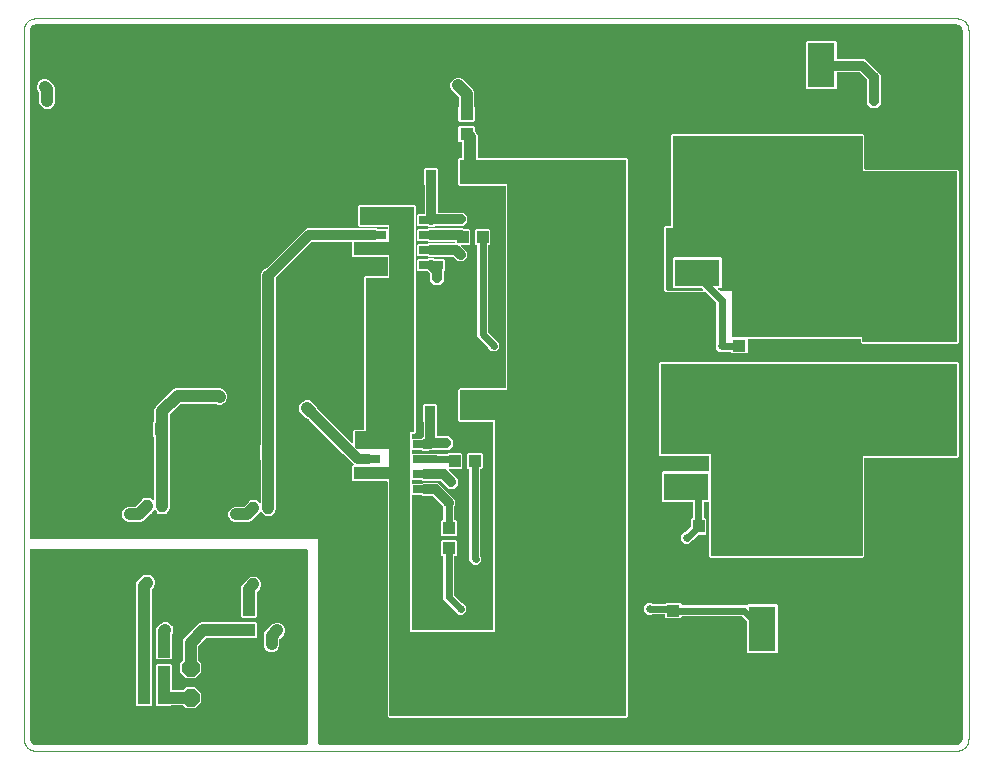
<source format=gtl>
G04 EAGLE Gerber RS-274X export*
G75*
%MOMM*%
%FSLAX34Y34*%
%LPD*%
%INTop Layer*%
%IPPOS*%
%AMOC8*
5,1,8,0,0,1.08239X$1,22.5*%
G01*
%ADD10C,0.000000*%
%ADD11R,1.100000X1.000000*%
%ADD12P,1.649562X8X202.500000*%
%ADD13R,0.911800X0.511800*%
%ADD14R,1.000000X1.100000*%
%ADD15R,2.000000X0.660000*%
%ADD16R,0.500000X1.000000*%
%ADD17R,0.910000X1.220000*%
%ADD18R,7.500000X7.500000*%
%ADD19R,3.810000X2.320000*%
%ADD20R,9.650000X11.000000*%
%ADD21R,2.320000X3.810000*%
%ADD22R,11.000000X9.650000*%
%ADD23C,1.016000*%
%ADD24C,0.654800*%
%ADD25C,0.812800*%
%ADD26C,0.609600*%
%ADD27C,0.152400*%

G36*
X790016Y5085D02*
X790016Y5085D01*
X790037Y5083D01*
X790923Y5170D01*
X790960Y5182D01*
X791031Y5197D01*
X792667Y5875D01*
X792669Y5876D01*
X792670Y5876D01*
X792676Y5880D01*
X792680Y5881D01*
X792690Y5889D01*
X792791Y5957D01*
X794043Y7209D01*
X794044Y7211D01*
X794045Y7212D01*
X794125Y7333D01*
X794803Y8969D01*
X794809Y9008D01*
X794830Y9077D01*
X794917Y9963D01*
X794915Y9979D01*
X794919Y10000D01*
X794919Y610000D01*
X794915Y610016D01*
X794917Y610037D01*
X794830Y610923D01*
X794818Y610960D01*
X794803Y611031D01*
X794125Y612667D01*
X794124Y612669D01*
X794124Y612670D01*
X794043Y612791D01*
X792791Y614043D01*
X792789Y614044D01*
X792788Y614045D01*
X792667Y614125D01*
X791031Y614803D01*
X790992Y614809D01*
X790923Y614830D01*
X790037Y614917D01*
X790021Y614915D01*
X790000Y614919D01*
X10000Y614919D01*
X9984Y614915D01*
X9963Y614917D01*
X9077Y614830D01*
X9040Y614818D01*
X8969Y614803D01*
X7333Y614125D01*
X7331Y614124D01*
X7330Y614124D01*
X7209Y614043D01*
X5957Y612791D01*
X5956Y612789D01*
X5955Y612788D01*
X5875Y612667D01*
X5197Y611031D01*
X5191Y610992D01*
X5170Y610923D01*
X5083Y610037D01*
X5085Y610021D01*
X5081Y610000D01*
X5081Y180000D01*
X5092Y179950D01*
X5094Y179899D01*
X5112Y179867D01*
X5120Y179831D01*
X5153Y179792D01*
X5177Y179747D01*
X5207Y179726D01*
X5230Y179698D01*
X5277Y179677D01*
X5319Y179647D01*
X5361Y179639D01*
X5389Y179627D01*
X5419Y179628D01*
X5461Y179620D01*
X249620Y179620D01*
X249620Y5461D01*
X249631Y5411D01*
X249633Y5360D01*
X249651Y5328D01*
X249659Y5292D01*
X249692Y5253D01*
X249716Y5208D01*
X249746Y5187D01*
X249769Y5159D01*
X249816Y5138D01*
X249858Y5108D01*
X249900Y5100D01*
X249928Y5088D01*
X249958Y5089D01*
X250000Y5081D01*
X790000Y5081D01*
X790016Y5085D01*
G37*
%LPC*%
G36*
X309211Y28094D02*
X309211Y28094D01*
X308094Y29211D01*
X308094Y227714D01*
X308083Y227764D01*
X308081Y227815D01*
X308063Y227847D01*
X308055Y227883D01*
X308022Y227922D01*
X307998Y227967D01*
X307968Y227988D01*
X307945Y228016D01*
X307898Y228037D01*
X307856Y228067D01*
X307814Y228075D01*
X307786Y228087D01*
X307756Y228086D01*
X307714Y228094D01*
X279211Y228094D01*
X278094Y229211D01*
X278094Y240789D01*
X279211Y241906D01*
X279270Y241906D01*
X279295Y241912D01*
X279321Y241909D01*
X279379Y241931D01*
X279439Y241945D01*
X279459Y241962D01*
X279483Y241971D01*
X279525Y242016D01*
X279572Y242055D01*
X279583Y242079D01*
X279600Y242098D01*
X279618Y242157D01*
X279643Y242214D01*
X279642Y242239D01*
X279650Y242264D01*
X279639Y242325D01*
X279637Y242387D01*
X279624Y242409D01*
X279620Y242435D01*
X279572Y242506D01*
X279554Y242539D01*
X279546Y242545D01*
X279539Y242555D01*
X277747Y244346D01*
X270667Y251426D01*
X270662Y251434D01*
X241765Y280331D01*
X241764Y280332D01*
X241763Y280334D01*
X241642Y280414D01*
X239259Y281401D01*
X234401Y286259D01*
X233395Y288686D01*
X233395Y291314D01*
X234401Y293741D01*
X236259Y295599D01*
X238686Y296605D01*
X241314Y296605D01*
X243741Y295599D01*
X248599Y290741D01*
X249586Y288358D01*
X249587Y288357D01*
X249588Y288355D01*
X249669Y288235D01*
X278195Y259709D01*
X278217Y259695D01*
X278233Y259675D01*
X278290Y259650D01*
X278342Y259617D01*
X278368Y259615D01*
X278392Y259604D01*
X278453Y259606D01*
X278515Y259601D01*
X278539Y259610D01*
X278565Y259611D01*
X278619Y259640D01*
X278677Y259662D01*
X278694Y259681D01*
X278717Y259693D01*
X278752Y259744D01*
X278794Y259789D01*
X278802Y259814D01*
X278817Y259835D01*
X278833Y259920D01*
X278844Y259955D01*
X278842Y259965D01*
X278844Y259977D01*
X278844Y270789D01*
X279961Y271906D01*
X287714Y271906D01*
X287764Y271917D01*
X287815Y271919D01*
X287847Y271937D01*
X287883Y271945D01*
X287922Y271978D01*
X287967Y272002D01*
X287988Y272032D01*
X288016Y272055D01*
X288037Y272102D01*
X288067Y272144D01*
X288075Y272186D01*
X288087Y272214D01*
X288086Y272244D01*
X288094Y272286D01*
X288094Y400789D01*
X289211Y401906D01*
X307714Y401906D01*
X307764Y401917D01*
X307815Y401919D01*
X307847Y401937D01*
X307883Y401945D01*
X307922Y401978D01*
X307967Y402002D01*
X307988Y402032D01*
X308016Y402055D01*
X308037Y402102D01*
X308067Y402144D01*
X308075Y402186D01*
X308087Y402214D01*
X308086Y402244D01*
X308094Y402286D01*
X308094Y417714D01*
X308083Y417764D01*
X308081Y417815D01*
X308063Y417847D01*
X308055Y417883D01*
X308022Y417922D01*
X307998Y417967D01*
X307968Y417988D01*
X307945Y418016D01*
X307898Y418037D01*
X307856Y418067D01*
X307814Y418075D01*
X307786Y418087D01*
X307756Y418086D01*
X307714Y418094D01*
X279211Y418094D01*
X278094Y419211D01*
X278094Y430581D01*
X278083Y430631D01*
X278081Y430682D01*
X278063Y430714D01*
X278055Y430750D01*
X278022Y430789D01*
X277998Y430834D01*
X277968Y430855D01*
X277945Y430883D01*
X277898Y430904D01*
X277856Y430934D01*
X277814Y430942D01*
X277786Y430954D01*
X277756Y430953D01*
X277714Y430961D01*
X244322Y430961D01*
X244248Y430944D01*
X244174Y430931D01*
X244164Y430924D01*
X244154Y430922D01*
X244125Y430898D01*
X244054Y430850D01*
X213966Y400762D01*
X213926Y400698D01*
X213882Y400636D01*
X213880Y400624D01*
X213875Y400615D01*
X213871Y400578D01*
X213855Y400494D01*
X213855Y204296D01*
X212849Y201869D01*
X211386Y200406D01*
X211375Y200388D01*
X211365Y200380D01*
X211352Y200350D01*
X211346Y200341D01*
X211302Y200279D01*
X211300Y200267D01*
X211295Y200258D01*
X211291Y200221D01*
X211275Y200137D01*
X211275Y199978D01*
X210382Y199085D01*
X208833Y199085D01*
X208831Y199085D01*
X208829Y199085D01*
X208687Y199056D01*
X208564Y199005D01*
X205936Y199005D01*
X205813Y199056D01*
X205811Y199057D01*
X205810Y199058D01*
X205667Y199085D01*
X204118Y199085D01*
X203225Y199978D01*
X203225Y200137D01*
X203208Y200211D01*
X203195Y200285D01*
X203188Y200296D01*
X203186Y200305D01*
X203162Y200334D01*
X203118Y200400D01*
X203117Y200402D01*
X203116Y200402D01*
X203114Y200406D01*
X201651Y201869D01*
X201251Y202833D01*
X201236Y202854D01*
X201229Y202879D01*
X201186Y202924D01*
X201150Y202974D01*
X201128Y202986D01*
X201110Y203005D01*
X201052Y203026D01*
X200997Y203055D01*
X200971Y203056D01*
X200947Y203065D01*
X200886Y203058D01*
X200824Y203060D01*
X200801Y203050D01*
X200775Y203047D01*
X200723Y203014D01*
X200667Y202988D01*
X200650Y202968D01*
X200629Y202954D01*
X200581Y202882D01*
X200558Y202853D01*
X200556Y202843D01*
X200549Y202833D01*
X200149Y201869D01*
X198686Y200406D01*
X198675Y200388D01*
X198665Y200380D01*
X198652Y200350D01*
X198646Y200341D01*
X198602Y200279D01*
X198600Y200267D01*
X198595Y200258D01*
X198591Y200221D01*
X198575Y200137D01*
X198575Y199978D01*
X197682Y199085D01*
X197523Y199085D01*
X197449Y199068D01*
X197375Y199055D01*
X197364Y199048D01*
X197355Y199046D01*
X197326Y199022D01*
X197254Y198974D01*
X192681Y194401D01*
X190254Y193395D01*
X178686Y193395D01*
X176259Y194401D01*
X174401Y196259D01*
X173395Y198686D01*
X173395Y201314D01*
X174401Y203741D01*
X176259Y205599D01*
X178686Y206605D01*
X186047Y206605D01*
X186121Y206622D01*
X186195Y206635D01*
X186206Y206642D01*
X186215Y206644D01*
X186244Y206668D01*
X186316Y206716D01*
X190414Y210814D01*
X190454Y210879D01*
X190498Y210941D01*
X190500Y210953D01*
X190505Y210962D01*
X190509Y210999D01*
X190525Y211083D01*
X190525Y211242D01*
X191418Y212135D01*
X192967Y212135D01*
X192969Y212135D01*
X192971Y212135D01*
X193113Y212164D01*
X193236Y212215D01*
X195864Y212215D01*
X195987Y212164D01*
X195989Y212163D01*
X195990Y212162D01*
X196133Y212135D01*
X197682Y212135D01*
X198575Y211242D01*
X198575Y211083D01*
X198592Y211009D01*
X198605Y210935D01*
X198612Y210924D01*
X198614Y210915D01*
X198638Y210886D01*
X198686Y210814D01*
X199996Y209504D01*
X200018Y209491D01*
X200034Y209471D01*
X200091Y209446D01*
X200143Y209413D01*
X200169Y209410D01*
X200193Y209400D01*
X200254Y209402D01*
X200316Y209396D01*
X200340Y209406D01*
X200366Y209407D01*
X200420Y209436D01*
X200478Y209458D01*
X200495Y209477D01*
X200518Y209489D01*
X200553Y209540D01*
X200595Y209585D01*
X200603Y209610D01*
X200618Y209631D01*
X200634Y209716D01*
X200645Y209751D01*
X200643Y209761D01*
X200645Y209773D01*
X200645Y246151D01*
X200628Y246225D01*
X200624Y246249D01*
X200623Y246260D01*
X200621Y246264D01*
X200615Y246300D01*
X200608Y246310D01*
X200606Y246320D01*
X200582Y246348D01*
X200547Y246400D01*
X200541Y246412D01*
X200538Y246414D01*
X200534Y246420D01*
X200415Y246538D01*
X200415Y258802D01*
X200534Y258920D01*
X200574Y258985D01*
X200618Y259047D01*
X200620Y259059D01*
X200625Y259067D01*
X200629Y259104D01*
X200645Y259189D01*
X200645Y403264D01*
X201651Y405691D01*
X203509Y407549D01*
X205892Y408536D01*
X205893Y408537D01*
X205895Y408538D01*
X206015Y408619D01*
X236150Y438754D01*
X239535Y442139D01*
X299165Y442139D01*
X299818Y441486D01*
X299882Y441446D01*
X299944Y441402D01*
X299956Y441400D01*
X299965Y441395D01*
X300002Y441391D01*
X300086Y441375D01*
X307490Y441375D01*
X307540Y441352D01*
X307592Y441320D01*
X307618Y441317D01*
X307642Y441307D01*
X307703Y441309D01*
X307765Y441303D01*
X307789Y441312D01*
X307815Y441313D01*
X307869Y441343D01*
X307927Y441365D01*
X307944Y441384D01*
X307967Y441396D01*
X308002Y441447D01*
X308044Y441492D01*
X308052Y441517D01*
X308067Y441538D01*
X308083Y441622D01*
X308094Y441658D01*
X308092Y441668D01*
X308094Y441680D01*
X308094Y443174D01*
X308083Y443224D01*
X308081Y443275D01*
X308063Y443307D01*
X308055Y443343D01*
X308022Y443382D01*
X307998Y443427D01*
X307968Y443448D01*
X307945Y443476D01*
X307898Y443497D01*
X307856Y443527D01*
X307814Y443535D01*
X307786Y443547D01*
X307756Y443546D01*
X307714Y443554D01*
X284051Y443554D01*
X282934Y444671D01*
X282934Y460789D01*
X284051Y461906D01*
X330789Y461906D01*
X331906Y460789D01*
X331906Y269211D01*
X330789Y268094D01*
X329246Y268094D01*
X329196Y268083D01*
X329145Y268081D01*
X329113Y268063D01*
X329077Y268055D01*
X329038Y268022D01*
X328993Y267998D01*
X328972Y267968D01*
X328944Y267945D01*
X328923Y267898D01*
X328893Y267856D01*
X328885Y267814D01*
X328873Y267786D01*
X328874Y267756D01*
X328866Y267714D01*
X328866Y264440D01*
X328872Y264415D01*
X328869Y264389D01*
X328891Y264331D01*
X328905Y264271D01*
X328922Y264251D01*
X328931Y264227D01*
X328976Y264185D01*
X329015Y264138D01*
X329039Y264127D01*
X329058Y264109D01*
X329117Y264092D01*
X329174Y264067D01*
X329200Y264068D01*
X329224Y264060D01*
X329285Y264071D01*
X329347Y264073D01*
X329349Y264075D01*
X336814Y264075D01*
X336888Y264092D01*
X336962Y264105D01*
X336972Y264112D01*
X336982Y264114D01*
X337011Y264138D01*
X337082Y264186D01*
X338525Y265629D01*
X338565Y265693D01*
X338609Y265755D01*
X338611Y265767D01*
X338616Y265776D01*
X338620Y265813D01*
X338629Y265858D01*
X338629Y265860D01*
X338629Y265861D01*
X338636Y265897D01*
X338636Y278425D01*
X338619Y278499D01*
X338606Y278574D01*
X338599Y278584D01*
X338597Y278594D01*
X338573Y278622D01*
X338525Y278694D01*
X338150Y279068D01*
X338150Y292532D01*
X339043Y293425D01*
X349407Y293425D01*
X350300Y292532D01*
X350300Y279068D01*
X349925Y278694D01*
X349885Y278629D01*
X349841Y278567D01*
X349839Y278555D01*
X349834Y278547D01*
X349830Y278510D01*
X349814Y278425D01*
X349814Y266449D01*
X349825Y266399D01*
X349827Y266348D01*
X349845Y266316D01*
X349853Y266280D01*
X349886Y266241D01*
X349910Y266196D01*
X349940Y266175D01*
X349963Y266147D01*
X350010Y266126D01*
X350052Y266096D01*
X350094Y266088D01*
X350122Y266076D01*
X350152Y266077D01*
X350194Y266069D01*
X360345Y266069D01*
X363619Y262795D01*
X363619Y258165D01*
X360345Y254891D01*
X351305Y254891D01*
X351231Y254874D01*
X351156Y254861D01*
X351146Y254854D01*
X351136Y254852D01*
X351108Y254828D01*
X351036Y254780D01*
X350682Y254425D01*
X346851Y254425D01*
X346777Y254408D01*
X346703Y254395D01*
X346693Y254388D01*
X346683Y254386D01*
X346654Y254362D01*
X346583Y254314D01*
X346540Y254271D01*
X343132Y254271D01*
X343058Y254254D01*
X342984Y254241D01*
X342974Y254234D01*
X342964Y254232D01*
X342935Y254208D01*
X342864Y254160D01*
X342365Y253661D01*
X337735Y253661D01*
X337082Y254314D01*
X337018Y254354D01*
X336956Y254398D01*
X336944Y254400D01*
X336935Y254405D01*
X336898Y254409D01*
X336814Y254425D01*
X329336Y254425D01*
X329318Y254433D01*
X329257Y254431D01*
X329196Y254437D01*
X329171Y254428D01*
X329145Y254427D01*
X329091Y254397D01*
X329034Y254375D01*
X329016Y254356D01*
X328993Y254344D01*
X328958Y254294D01*
X328916Y254248D01*
X328908Y254223D01*
X328893Y254202D01*
X328877Y254118D01*
X328866Y254082D01*
X328868Y254072D01*
X328866Y254060D01*
X328866Y251740D01*
X328872Y251715D01*
X328869Y251689D01*
X328891Y251631D01*
X328905Y251571D01*
X328922Y251551D01*
X328931Y251527D01*
X328976Y251485D01*
X329015Y251438D01*
X329039Y251427D01*
X329058Y251409D01*
X329117Y251392D01*
X329174Y251367D01*
X329200Y251368D01*
X329224Y251360D01*
X329285Y251371D01*
X329347Y251373D01*
X329349Y251375D01*
X350682Y251375D01*
X350822Y251234D01*
X350887Y251194D01*
X350949Y251150D01*
X350961Y251148D01*
X350969Y251143D01*
X351006Y251139D01*
X351091Y251123D01*
X358189Y251123D01*
X358263Y251140D01*
X358338Y251153D01*
X358348Y251160D01*
X358358Y251162D01*
X358386Y251186D01*
X358458Y251234D01*
X359388Y252165D01*
X370652Y252165D01*
X371545Y251272D01*
X371545Y239008D01*
X370652Y238115D01*
X360186Y238115D01*
X360161Y238109D01*
X360136Y238112D01*
X360078Y238090D01*
X360018Y238076D01*
X359998Y238059D01*
X359974Y238050D01*
X359932Y238005D01*
X359884Y237966D01*
X359873Y237942D01*
X359856Y237923D01*
X359838Y237864D01*
X359813Y237807D01*
X359814Y237782D01*
X359807Y237757D01*
X359817Y237696D01*
X359820Y237634D01*
X359832Y237612D01*
X359836Y237586D01*
X359885Y237515D01*
X359902Y237482D01*
X359911Y237476D01*
X359918Y237466D01*
X367829Y229555D01*
X367829Y224925D01*
X364555Y221651D01*
X359925Y221651D01*
X353426Y228150D01*
X353362Y228190D01*
X353300Y228234D01*
X353288Y228236D01*
X353279Y228241D01*
X353242Y228245D01*
X353158Y228261D01*
X337735Y228261D01*
X337082Y228914D01*
X337018Y228954D01*
X336956Y228998D01*
X336944Y229000D01*
X336935Y229005D01*
X336898Y229009D01*
X336814Y229025D01*
X329336Y229025D01*
X329318Y229033D01*
X329257Y229031D01*
X329196Y229037D01*
X329171Y229028D01*
X329145Y229027D01*
X329091Y228997D01*
X329034Y228975D01*
X329016Y228956D01*
X328993Y228944D01*
X328958Y228894D01*
X328916Y228848D01*
X328908Y228823D01*
X328893Y228802D01*
X328877Y228718D01*
X328866Y228682D01*
X328868Y228672D01*
X328866Y228660D01*
X328866Y226340D01*
X328872Y226315D01*
X328869Y226289D01*
X328891Y226231D01*
X328905Y226171D01*
X328922Y226151D01*
X328931Y226127D01*
X328976Y226085D01*
X329015Y226038D01*
X329039Y226027D01*
X329058Y226009D01*
X329117Y225992D01*
X329174Y225967D01*
X329200Y225968D01*
X329224Y225960D01*
X329285Y225971D01*
X329347Y225973D01*
X329349Y225975D01*
X336814Y225975D01*
X336888Y225992D01*
X336962Y226005D01*
X336972Y226012D01*
X336982Y226014D01*
X337011Y226038D01*
X337082Y226086D01*
X337735Y226739D01*
X351165Y226739D01*
X365589Y212315D01*
X365589Y207685D01*
X364684Y206780D01*
X364644Y206716D01*
X364600Y206654D01*
X364598Y206642D01*
X364593Y206633D01*
X364589Y206596D01*
X364573Y206512D01*
X364573Y195405D01*
X364584Y195355D01*
X364586Y195304D01*
X364604Y195272D01*
X364612Y195236D01*
X364645Y195197D01*
X364669Y195152D01*
X364699Y195131D01*
X364722Y195103D01*
X364769Y195082D01*
X364811Y195052D01*
X364853Y195044D01*
X364881Y195032D01*
X364911Y195033D01*
X364953Y195025D01*
X366132Y195025D01*
X367025Y194132D01*
X367025Y182868D01*
X366132Y181975D01*
X353868Y181975D01*
X352975Y182868D01*
X352975Y194132D01*
X353868Y195025D01*
X355047Y195025D01*
X355097Y195036D01*
X355148Y195038D01*
X355180Y195056D01*
X355216Y195064D01*
X355255Y195097D01*
X355300Y195121D01*
X355321Y195151D01*
X355349Y195174D01*
X355370Y195221D01*
X355400Y195263D01*
X355408Y195305D01*
X355420Y195333D01*
X355419Y195363D01*
X355427Y195405D01*
X355427Y206512D01*
X355410Y206586D01*
X355397Y206660D01*
X355390Y206670D01*
X355388Y206680D01*
X355364Y206709D01*
X355316Y206780D01*
X346646Y215450D01*
X346582Y215490D01*
X346520Y215534D01*
X346508Y215536D01*
X346499Y215541D01*
X346462Y215545D01*
X346378Y215561D01*
X337735Y215561D01*
X337082Y216214D01*
X337018Y216254D01*
X336956Y216298D01*
X336944Y216300D01*
X336935Y216305D01*
X336898Y216309D01*
X336814Y216325D01*
X329336Y216325D01*
X329318Y216333D01*
X329257Y216331D01*
X329196Y216337D01*
X329171Y216328D01*
X329145Y216327D01*
X329091Y216297D01*
X329034Y216275D01*
X329016Y216256D01*
X328993Y216244D01*
X328958Y216194D01*
X328916Y216148D01*
X328908Y216123D01*
X328893Y216102D01*
X328877Y216018D01*
X328866Y215982D01*
X328868Y215972D01*
X328866Y215960D01*
X328866Y102286D01*
X328877Y102236D01*
X328879Y102185D01*
X328897Y102153D01*
X328905Y102117D01*
X328938Y102078D01*
X328962Y102033D01*
X328992Y102012D01*
X329015Y101984D01*
X329062Y101963D01*
X329104Y101933D01*
X329146Y101925D01*
X329174Y101913D01*
X329204Y101914D01*
X329246Y101906D01*
X396924Y101906D01*
X396974Y101917D01*
X397025Y101919D01*
X397057Y101937D01*
X397093Y101945D01*
X397132Y101978D01*
X397177Y102002D01*
X397198Y102032D01*
X397226Y102055D01*
X397247Y102102D01*
X397277Y102144D01*
X397285Y102186D01*
X397297Y102214D01*
X397296Y102244D01*
X397304Y102286D01*
X397304Y277714D01*
X397293Y277764D01*
X397291Y277815D01*
X397273Y277847D01*
X397265Y277883D01*
X397232Y277922D01*
X397208Y277967D01*
X397178Y277988D01*
X397155Y278016D01*
X397108Y278037D01*
X397066Y278067D01*
X397024Y278075D01*
X396996Y278087D01*
X396966Y278086D01*
X396924Y278094D01*
X369211Y278094D01*
X368094Y279211D01*
X368094Y305599D01*
X369211Y306716D01*
X407714Y306716D01*
X407764Y306727D01*
X407815Y306729D01*
X407847Y306747D01*
X407883Y306755D01*
X407922Y306788D01*
X407967Y306812D01*
X407988Y306842D01*
X408016Y306865D01*
X408037Y306912D01*
X408067Y306954D01*
X408075Y306996D01*
X408087Y307024D01*
X408086Y307054D01*
X408094Y307096D01*
X408094Y477714D01*
X408083Y477764D01*
X408081Y477815D01*
X408063Y477847D01*
X408055Y477883D01*
X408022Y477922D01*
X407998Y477967D01*
X407968Y477988D01*
X407945Y478016D01*
X407898Y478037D01*
X407856Y478067D01*
X407814Y478075D01*
X407786Y478087D01*
X407756Y478086D01*
X407714Y478094D01*
X369211Y478094D01*
X368094Y479211D01*
X368094Y500789D01*
X369211Y501906D01*
X370790Y501906D01*
X370840Y501917D01*
X370891Y501919D01*
X370923Y501937D01*
X370959Y501945D01*
X370998Y501978D01*
X371043Y502002D01*
X371064Y502032D01*
X371092Y502055D01*
X371113Y502102D01*
X371143Y502144D01*
X371151Y502186D01*
X371163Y502214D01*
X371162Y502244D01*
X371170Y502286D01*
X371170Y515295D01*
X371159Y515345D01*
X371157Y515396D01*
X371139Y515428D01*
X371131Y515464D01*
X371098Y515503D01*
X371074Y515548D01*
X371044Y515569D01*
X371021Y515597D01*
X370974Y515618D01*
X370932Y515648D01*
X370890Y515656D01*
X370862Y515668D01*
X370832Y515667D01*
X370790Y515675D01*
X368868Y515675D01*
X367975Y516568D01*
X367975Y527832D01*
X368868Y528725D01*
X373417Y528725D01*
X373419Y528725D01*
X373421Y528725D01*
X373563Y528754D01*
X373686Y528805D01*
X376314Y528805D01*
X376437Y528754D01*
X376439Y528753D01*
X376440Y528752D01*
X376583Y528725D01*
X381132Y528725D01*
X382025Y527832D01*
X382025Y524673D01*
X382042Y524599D01*
X382055Y524524D01*
X382062Y524514D01*
X382064Y524505D01*
X382088Y524476D01*
X382136Y524404D01*
X383374Y523166D01*
X384380Y520739D01*
X384380Y502286D01*
X384391Y502236D01*
X384393Y502185D01*
X384411Y502153D01*
X384419Y502117D01*
X384452Y502078D01*
X384476Y502033D01*
X384506Y502012D01*
X384529Y501984D01*
X384576Y501963D01*
X384618Y501933D01*
X384660Y501925D01*
X384688Y501913D01*
X384718Y501914D01*
X384760Y501906D01*
X510789Y501906D01*
X511906Y500789D01*
X511906Y29211D01*
X510789Y28094D01*
X309211Y28094D01*
G37*
%LPD*%
G36*
X510050Y29631D02*
X510050Y29631D01*
X510101Y29633D01*
X510133Y29651D01*
X510169Y29659D01*
X510208Y29692D01*
X510253Y29716D01*
X510274Y29746D01*
X510302Y29769D01*
X510323Y29816D01*
X510353Y29858D01*
X510361Y29900D01*
X510373Y29928D01*
X510372Y29958D01*
X510380Y30000D01*
X510380Y500000D01*
X510369Y500050D01*
X510367Y500101D01*
X510349Y500133D01*
X510341Y500169D01*
X510308Y500208D01*
X510284Y500253D01*
X510254Y500274D01*
X510231Y500302D01*
X510184Y500323D01*
X510142Y500353D01*
X510100Y500361D01*
X510072Y500373D01*
X510042Y500372D01*
X510000Y500380D01*
X370000Y500380D01*
X369950Y500369D01*
X369899Y500367D01*
X369867Y500349D01*
X369831Y500341D01*
X369792Y500308D01*
X369747Y500284D01*
X369726Y500254D01*
X369698Y500231D01*
X369677Y500184D01*
X369647Y500142D01*
X369639Y500100D01*
X369627Y500072D01*
X369627Y500062D01*
X369627Y500061D01*
X369628Y500040D01*
X369620Y500000D01*
X369620Y480000D01*
X369631Y479950D01*
X369633Y479899D01*
X369651Y479867D01*
X369659Y479831D01*
X369692Y479792D01*
X369716Y479747D01*
X369746Y479726D01*
X369769Y479698D01*
X369816Y479677D01*
X369858Y479647D01*
X369900Y479639D01*
X369928Y479627D01*
X369958Y479628D01*
X370000Y479620D01*
X409620Y479620D01*
X409620Y305190D01*
X370000Y305190D01*
X369950Y305179D01*
X369899Y305177D01*
X369867Y305159D01*
X369831Y305151D01*
X369792Y305118D01*
X369747Y305094D01*
X369726Y305064D01*
X369698Y305041D01*
X369677Y304994D01*
X369647Y304952D01*
X369639Y304910D01*
X369627Y304882D01*
X369628Y304852D01*
X369620Y304810D01*
X369620Y280000D01*
X369631Y279950D01*
X369633Y279899D01*
X369651Y279867D01*
X369659Y279831D01*
X369692Y279792D01*
X369716Y279747D01*
X369746Y279726D01*
X369769Y279698D01*
X369816Y279677D01*
X369858Y279647D01*
X369900Y279639D01*
X369928Y279627D01*
X369958Y279628D01*
X370000Y279620D01*
X398830Y279620D01*
X398830Y100380D01*
X327340Y100380D01*
X327340Y269620D01*
X330000Y269620D01*
X330050Y269631D01*
X330101Y269633D01*
X330133Y269651D01*
X330169Y269659D01*
X330208Y269692D01*
X330253Y269716D01*
X330274Y269746D01*
X330302Y269769D01*
X330323Y269816D01*
X330353Y269858D01*
X330361Y269900D01*
X330373Y269928D01*
X330372Y269958D01*
X330380Y270000D01*
X330380Y460000D01*
X330369Y460050D01*
X330367Y460101D01*
X330349Y460133D01*
X330341Y460169D01*
X330308Y460208D01*
X330284Y460253D01*
X330254Y460274D01*
X330231Y460302D01*
X330184Y460323D01*
X330142Y460353D01*
X330100Y460361D01*
X330072Y460373D01*
X330042Y460372D01*
X330000Y460380D01*
X284840Y460380D01*
X284790Y460369D01*
X284739Y460367D01*
X284707Y460349D01*
X284671Y460341D01*
X284632Y460308D01*
X284587Y460284D01*
X284566Y460254D01*
X284538Y460231D01*
X284517Y460184D01*
X284487Y460142D01*
X284479Y460100D01*
X284467Y460072D01*
X284468Y460042D01*
X284460Y460000D01*
X284460Y445460D01*
X284471Y445410D01*
X284473Y445359D01*
X284491Y445327D01*
X284499Y445291D01*
X284532Y445252D01*
X284556Y445207D01*
X284586Y445186D01*
X284609Y445158D01*
X284656Y445137D01*
X284698Y445107D01*
X284740Y445099D01*
X284768Y445087D01*
X284798Y445088D01*
X284840Y445080D01*
X309620Y445080D01*
X309620Y430380D01*
X280000Y430380D01*
X279950Y430369D01*
X279899Y430367D01*
X279867Y430349D01*
X279831Y430341D01*
X279792Y430308D01*
X279747Y430284D01*
X279726Y430254D01*
X279698Y430231D01*
X279677Y430184D01*
X279647Y430142D01*
X279639Y430100D01*
X279627Y430072D01*
X279628Y430042D01*
X279620Y430000D01*
X279620Y420000D01*
X279631Y419950D01*
X279633Y419899D01*
X279651Y419867D01*
X279659Y419831D01*
X279692Y419792D01*
X279716Y419747D01*
X279746Y419726D01*
X279769Y419698D01*
X279816Y419677D01*
X279858Y419647D01*
X279900Y419639D01*
X279928Y419627D01*
X279958Y419628D01*
X280000Y419620D01*
X309620Y419620D01*
X309620Y400380D01*
X290000Y400380D01*
X289950Y400369D01*
X289899Y400367D01*
X289867Y400349D01*
X289831Y400341D01*
X289792Y400308D01*
X289747Y400284D01*
X289726Y400254D01*
X289698Y400231D01*
X289677Y400184D01*
X289647Y400142D01*
X289639Y400100D01*
X289627Y400072D01*
X289627Y400057D01*
X289627Y400056D01*
X289627Y400039D01*
X289620Y400000D01*
X289620Y270380D01*
X280750Y270380D01*
X280700Y270369D01*
X280649Y270367D01*
X280617Y270349D01*
X280581Y270341D01*
X280542Y270308D01*
X280497Y270284D01*
X280476Y270254D01*
X280448Y270231D01*
X280427Y270184D01*
X280397Y270142D01*
X280389Y270100D01*
X280377Y270072D01*
X280378Y270042D01*
X280370Y270000D01*
X280370Y257691D01*
X280387Y257617D01*
X280400Y257543D01*
X280407Y257532D01*
X280409Y257523D01*
X280433Y257494D01*
X280481Y257423D01*
X282057Y255847D01*
X282062Y255839D01*
X282500Y255401D01*
X282565Y255361D01*
X282627Y255317D01*
X282639Y255315D01*
X282647Y255310D01*
X282684Y255306D01*
X282769Y255290D01*
X309620Y255290D01*
X309620Y240380D01*
X280000Y240380D01*
X279950Y240369D01*
X279899Y240367D01*
X279867Y240349D01*
X279831Y240341D01*
X279792Y240308D01*
X279747Y240284D01*
X279726Y240254D01*
X279698Y240231D01*
X279677Y240184D01*
X279647Y240142D01*
X279639Y240100D01*
X279627Y240072D01*
X279628Y240042D01*
X279620Y240000D01*
X279620Y230000D01*
X279631Y229950D01*
X279633Y229899D01*
X279651Y229867D01*
X279659Y229831D01*
X279692Y229792D01*
X279716Y229747D01*
X279746Y229726D01*
X279769Y229698D01*
X279816Y229677D01*
X279858Y229647D01*
X279900Y229639D01*
X279928Y229627D01*
X279958Y229628D01*
X280000Y229620D01*
X309620Y229620D01*
X309620Y30000D01*
X309631Y29950D01*
X309633Y29899D01*
X309651Y29867D01*
X309659Y29831D01*
X309692Y29792D01*
X309716Y29747D01*
X309746Y29726D01*
X309769Y29698D01*
X309816Y29677D01*
X309858Y29647D01*
X309900Y29639D01*
X309928Y29627D01*
X309958Y29628D01*
X310000Y29620D01*
X510000Y29620D01*
X510050Y29631D01*
G37*
%LPC*%
G36*
X599838Y336505D02*
X599838Y336505D01*
X598945Y337398D01*
X598945Y337547D01*
X598934Y337597D01*
X598932Y337648D01*
X598914Y337680D01*
X598906Y337716D01*
X598873Y337755D01*
X598849Y337800D01*
X598819Y337821D01*
X598796Y337849D01*
X598749Y337870D01*
X598707Y337900D01*
X598665Y337908D01*
X598637Y337920D01*
X598607Y337919D01*
X598565Y337927D01*
X593371Y337927D01*
X593297Y337910D01*
X593222Y337897D01*
X593212Y337890D01*
X593202Y337888D01*
X593174Y337864D01*
X593102Y337816D01*
X592988Y337701D01*
X589012Y337701D01*
X586201Y340512D01*
X586201Y344488D01*
X586316Y344602D01*
X586356Y344667D01*
X586400Y344729D01*
X586402Y344741D01*
X586407Y344750D01*
X586411Y344787D01*
X586427Y344871D01*
X586427Y379228D01*
X586410Y379302D01*
X586397Y379377D01*
X586390Y379387D01*
X586388Y379397D01*
X586364Y379426D01*
X586316Y379497D01*
X577830Y387983D01*
X577766Y388023D01*
X577704Y388067D01*
X577692Y388069D01*
X577683Y388074D01*
X577646Y388078D01*
X577561Y388094D01*
X543581Y388094D01*
X542464Y389211D01*
X542464Y441233D01*
X542463Y441237D01*
X542464Y441242D01*
X542452Y441288D01*
X542451Y441328D01*
X542435Y441356D01*
X542425Y441402D01*
X542422Y441405D01*
X542421Y441409D01*
X542376Y441465D01*
X542368Y441480D01*
X542359Y441487D01*
X542330Y441523D01*
X542319Y441532D01*
X542309Y441587D01*
X542292Y441612D01*
X542285Y441633D01*
X542264Y441655D01*
X542264Y442368D01*
X542261Y442381D01*
X542263Y442398D01*
X542205Y443113D01*
X542237Y443158D01*
X542242Y443187D01*
X542253Y443208D01*
X542253Y443239D01*
X542757Y443742D01*
X542764Y443754D01*
X542778Y443765D01*
X543242Y444311D01*
X543297Y444321D01*
X543322Y444338D01*
X543343Y444345D01*
X543365Y444366D01*
X544078Y444366D01*
X544091Y444369D01*
X544108Y444367D01*
X544823Y444425D01*
X544868Y444393D01*
X544897Y444388D01*
X544918Y444377D01*
X544955Y444377D01*
X545010Y444366D01*
X547714Y444366D01*
X547764Y444377D01*
X547815Y444379D01*
X547847Y444397D01*
X547883Y444405D01*
X547922Y444438D01*
X547967Y444462D01*
X547988Y444492D01*
X548016Y444515D01*
X548037Y444562D01*
X548067Y444604D01*
X548075Y444646D01*
X548087Y444674D01*
X548086Y444704D01*
X548094Y444746D01*
X548094Y520789D01*
X549211Y521906D01*
X710789Y521906D01*
X711906Y520789D01*
X711906Y492286D01*
X711917Y492236D01*
X711919Y492185D01*
X711937Y492153D01*
X711945Y492117D01*
X711978Y492078D01*
X712002Y492033D01*
X712032Y492012D01*
X712055Y491984D01*
X712102Y491963D01*
X712144Y491933D01*
X712186Y491925D01*
X712214Y491913D01*
X712244Y491914D01*
X712286Y491906D01*
X790789Y491906D01*
X791906Y490789D01*
X791906Y345761D01*
X790789Y344644D01*
X709741Y344644D01*
X708624Y345761D01*
X708624Y348164D01*
X708613Y348214D01*
X708611Y348265D01*
X708593Y348297D01*
X708585Y348333D01*
X708552Y348372D01*
X708528Y348417D01*
X708498Y348438D01*
X708475Y348466D01*
X708428Y348487D01*
X708386Y348517D01*
X708344Y348525D01*
X708316Y348537D01*
X708286Y348536D01*
X708244Y348544D01*
X613375Y348544D01*
X613325Y348533D01*
X613274Y348531D01*
X613242Y348513D01*
X613206Y348505D01*
X613167Y348472D01*
X613122Y348448D01*
X613101Y348418D01*
X613073Y348395D01*
X613052Y348348D01*
X613022Y348306D01*
X613014Y348264D01*
X613002Y348236D01*
X613003Y348206D01*
X612995Y348164D01*
X612995Y337398D01*
X612102Y336505D01*
X599838Y336505D01*
G37*
%LPD*%
G36*
X240050Y5092D02*
X240050Y5092D01*
X240101Y5094D01*
X240133Y5112D01*
X240169Y5120D01*
X240208Y5153D01*
X240253Y5177D01*
X240274Y5207D01*
X240302Y5230D01*
X240323Y5277D01*
X240353Y5319D01*
X240361Y5361D01*
X240373Y5389D01*
X240372Y5419D01*
X240380Y5461D01*
X240380Y170000D01*
X240369Y170050D01*
X240367Y170101D01*
X240349Y170133D01*
X240341Y170169D01*
X240308Y170208D01*
X240284Y170253D01*
X240254Y170274D01*
X240231Y170302D01*
X240184Y170323D01*
X240142Y170353D01*
X240100Y170361D01*
X240072Y170373D01*
X240042Y170372D01*
X240000Y170380D01*
X5461Y170380D01*
X5411Y170369D01*
X5360Y170367D01*
X5328Y170349D01*
X5292Y170341D01*
X5253Y170308D01*
X5208Y170284D01*
X5187Y170254D01*
X5159Y170231D01*
X5138Y170184D01*
X5108Y170142D01*
X5100Y170100D01*
X5088Y170072D01*
X5089Y170042D01*
X5081Y170000D01*
X5081Y10000D01*
X5085Y9984D01*
X5083Y9963D01*
X5170Y9077D01*
X5182Y9040D01*
X5197Y8969D01*
X5875Y7333D01*
X5876Y7331D01*
X5876Y7330D01*
X5957Y7209D01*
X7209Y5957D01*
X7211Y5956D01*
X7212Y5955D01*
X7333Y5875D01*
X8969Y5197D01*
X9008Y5191D01*
X9077Y5170D01*
X9963Y5083D01*
X9979Y5085D01*
X10000Y5081D01*
X240000Y5081D01*
X240050Y5092D01*
G37*
G36*
X790050Y346181D02*
X790050Y346181D01*
X790101Y346183D01*
X790133Y346201D01*
X790169Y346209D01*
X790208Y346242D01*
X790253Y346266D01*
X790274Y346296D01*
X790302Y346319D01*
X790323Y346366D01*
X790353Y346408D01*
X790361Y346450D01*
X790373Y346478D01*
X790372Y346508D01*
X790380Y346550D01*
X790380Y490000D01*
X790369Y490050D01*
X790367Y490101D01*
X790349Y490133D01*
X790341Y490169D01*
X790308Y490208D01*
X790284Y490253D01*
X790254Y490274D01*
X790231Y490302D01*
X790184Y490323D01*
X790142Y490353D01*
X790100Y490361D01*
X790072Y490373D01*
X790042Y490372D01*
X790000Y490380D01*
X710380Y490380D01*
X710380Y520000D01*
X710369Y520050D01*
X710367Y520101D01*
X710349Y520133D01*
X710341Y520169D01*
X710308Y520208D01*
X710284Y520253D01*
X710254Y520274D01*
X710231Y520302D01*
X710184Y520323D01*
X710142Y520353D01*
X710100Y520361D01*
X710072Y520373D01*
X710042Y520372D01*
X710000Y520380D01*
X550000Y520380D01*
X549950Y520369D01*
X549899Y520367D01*
X549867Y520349D01*
X549831Y520341D01*
X549792Y520308D01*
X549747Y520284D01*
X549726Y520254D01*
X549698Y520231D01*
X549677Y520184D01*
X549647Y520142D01*
X549639Y520100D01*
X549627Y520072D01*
X549628Y520042D01*
X549620Y520000D01*
X549620Y442840D01*
X544170Y442840D01*
X544130Y442831D01*
X544089Y442832D01*
X544047Y442811D01*
X544001Y442801D01*
X543970Y442775D01*
X543933Y442757D01*
X543904Y442720D01*
X543868Y442691D01*
X543851Y442653D01*
X543825Y442621D01*
X543816Y442575D01*
X543797Y442532D01*
X543798Y442491D01*
X543790Y442451D01*
X543802Y442406D01*
X543803Y442359D01*
X543823Y442323D01*
X543833Y442283D01*
X543869Y442239D01*
X543886Y442207D01*
X543905Y442194D01*
X543924Y442170D01*
X543990Y442114D01*
X543990Y390000D01*
X544001Y389950D01*
X544003Y389899D01*
X544021Y389867D01*
X544029Y389831D01*
X544062Y389792D01*
X544086Y389747D01*
X544116Y389726D01*
X544139Y389698D01*
X544186Y389677D01*
X544228Y389647D01*
X544270Y389639D01*
X544298Y389627D01*
X544328Y389628D01*
X544370Y389620D01*
X575275Y389620D01*
X575301Y389626D01*
X575326Y389623D01*
X575384Y389645D01*
X575444Y389659D01*
X575464Y389676D01*
X575488Y389685D01*
X575530Y389730D01*
X575578Y389769D01*
X575588Y389793D01*
X575606Y389812D01*
X575623Y389871D01*
X575649Y389928D01*
X575648Y389953D01*
X575655Y389978D01*
X575644Y390039D01*
X575642Y390101D01*
X575630Y390123D01*
X575625Y390149D01*
X575577Y390220D01*
X575559Y390253D01*
X575551Y390259D01*
X575544Y390269D01*
X574449Y391364D01*
X574385Y391404D01*
X574323Y391448D01*
X574311Y391450D01*
X574302Y391455D01*
X574265Y391459D01*
X574180Y391475D01*
X550768Y391475D01*
X549875Y392368D01*
X549875Y416832D01*
X550768Y417725D01*
X590132Y417725D01*
X591025Y416832D01*
X591025Y392368D01*
X590132Y391475D01*
X588190Y391475D01*
X588164Y391469D01*
X588139Y391472D01*
X588081Y391450D01*
X588021Y391436D01*
X588001Y391419D01*
X587977Y391410D01*
X587935Y391365D01*
X587887Y391326D01*
X587877Y391302D01*
X587859Y391283D01*
X587842Y391224D01*
X587816Y391167D01*
X587817Y391142D01*
X587810Y391117D01*
X587821Y391056D01*
X587823Y390994D01*
X587835Y390972D01*
X587840Y390946D01*
X587888Y390875D01*
X587906Y390842D01*
X587914Y390836D01*
X587921Y390826D01*
X589016Y389731D01*
X589080Y389691D01*
X589142Y389647D01*
X589154Y389645D01*
X589163Y389640D01*
X589200Y389636D01*
X589285Y389620D01*
X599620Y389620D01*
X599620Y350450D01*
X599631Y350400D01*
X599633Y350349D01*
X599651Y350317D01*
X599659Y350281D01*
X599692Y350242D01*
X599716Y350197D01*
X599746Y350176D01*
X599769Y350148D01*
X599816Y350127D01*
X599858Y350097D01*
X599900Y350089D01*
X599928Y350077D01*
X599958Y350078D01*
X600000Y350070D01*
X710150Y350070D01*
X710150Y346550D01*
X710161Y346500D01*
X710163Y346449D01*
X710181Y346417D01*
X710189Y346381D01*
X710222Y346342D01*
X710246Y346297D01*
X710276Y346276D01*
X710299Y346248D01*
X710346Y346227D01*
X710388Y346197D01*
X710430Y346189D01*
X710458Y346177D01*
X710488Y346178D01*
X710530Y346170D01*
X790000Y346170D01*
X790050Y346181D01*
G37*
%LPC*%
G36*
X581118Y164029D02*
X581118Y164029D01*
X580557Y164590D01*
X580557Y165379D01*
X580520Y209905D01*
X580509Y209955D01*
X580507Y210006D01*
X580489Y210038D01*
X580481Y210074D01*
X580448Y210113D01*
X580424Y210158D01*
X580394Y210179D01*
X580370Y210208D01*
X580324Y210228D01*
X580282Y210258D01*
X580240Y210266D01*
X580212Y210278D01*
X580182Y210277D01*
X580140Y210285D01*
X576033Y210285D01*
X575983Y210274D01*
X575932Y210272D01*
X575900Y210254D01*
X575864Y210246D01*
X575825Y210213D01*
X575780Y210189D01*
X575759Y210159D01*
X575731Y210136D01*
X575710Y210089D01*
X575680Y210047D01*
X575672Y210005D01*
X575660Y209977D01*
X575661Y209947D01*
X575653Y209905D01*
X575653Y197405D01*
X575664Y197355D01*
X575666Y197304D01*
X575684Y197272D01*
X575692Y197236D01*
X575725Y197197D01*
X575749Y197152D01*
X575779Y197131D01*
X575802Y197103D01*
X575849Y197082D01*
X575891Y197052D01*
X575933Y197044D01*
X575961Y197032D01*
X575991Y197033D01*
X576033Y197025D01*
X577132Y197025D01*
X578025Y196132D01*
X578025Y183868D01*
X577132Y182975D01*
X571100Y182975D01*
X571026Y182958D01*
X570951Y182945D01*
X570941Y182938D01*
X570931Y182936D01*
X570902Y182912D01*
X570831Y182864D01*
X566410Y178443D01*
X566370Y178379D01*
X566326Y178317D01*
X566324Y178305D01*
X566319Y178296D01*
X566315Y178259D01*
X566299Y178174D01*
X566299Y178012D01*
X563488Y175201D01*
X559512Y175201D01*
X556701Y178012D01*
X556701Y181988D01*
X559512Y184799D01*
X559674Y184799D01*
X559748Y184816D01*
X559823Y184829D01*
X559833Y184836D01*
X559843Y184838D01*
X559872Y184862D01*
X559943Y184910D01*
X564864Y189831D01*
X564904Y189895D01*
X564948Y189957D01*
X564950Y189969D01*
X564955Y189978D01*
X564959Y190015D01*
X564975Y190100D01*
X564975Y196132D01*
X565868Y197025D01*
X566127Y197025D01*
X566177Y197036D01*
X566228Y197038D01*
X566260Y197056D01*
X566296Y197064D01*
X566335Y197097D01*
X566380Y197121D01*
X566401Y197151D01*
X566429Y197174D01*
X566450Y197221D01*
X566480Y197263D01*
X566488Y197305D01*
X566500Y197333D01*
X566499Y197363D01*
X566507Y197405D01*
X566507Y209905D01*
X566496Y209955D01*
X566494Y210006D01*
X566476Y210038D01*
X566468Y210074D01*
X566435Y210113D01*
X566411Y210158D01*
X566381Y210179D01*
X566358Y210207D01*
X566311Y210228D01*
X566269Y210258D01*
X566227Y210266D01*
X566199Y210278D01*
X566169Y210277D01*
X566127Y210285D01*
X541398Y210285D01*
X540505Y211178D01*
X540505Y235642D01*
X541398Y236535D01*
X580118Y236535D01*
X580168Y236546D01*
X580219Y236548D01*
X580251Y236566D01*
X580287Y236574D01*
X580326Y236607D01*
X580371Y236631D01*
X580392Y236661D01*
X580420Y236684D01*
X580441Y236731D01*
X580471Y236773D01*
X580479Y236815D01*
X580491Y236843D01*
X580490Y236873D01*
X580498Y236915D01*
X580488Y249064D01*
X580477Y249114D01*
X580475Y249165D01*
X580457Y249197D01*
X580449Y249233D01*
X580416Y249272D01*
X580392Y249317D01*
X580362Y249338D01*
X580338Y249367D01*
X580292Y249387D01*
X580250Y249417D01*
X580208Y249425D01*
X580180Y249437D01*
X580150Y249436D01*
X580108Y249444D01*
X539211Y249444D01*
X538094Y250561D01*
X538094Y328109D01*
X539211Y329226D01*
X790789Y329226D01*
X791906Y328109D01*
X791906Y249211D01*
X790789Y248094D01*
X712286Y248094D01*
X712236Y248083D01*
X712185Y248081D01*
X712153Y248063D01*
X712117Y248055D01*
X712078Y248022D01*
X712033Y247998D01*
X712012Y247968D01*
X711984Y247945D01*
X711963Y247898D01*
X711933Y247856D01*
X711925Y247814D01*
X711913Y247786D01*
X711914Y247756D01*
X711914Y247755D01*
X711913Y247753D01*
X711913Y247750D01*
X711906Y247714D01*
X711906Y164591D01*
X710789Y163474D01*
X582467Y163474D01*
X581674Y163474D01*
X581118Y164029D01*
G37*
%LPD*%
G36*
X710050Y165011D02*
X710050Y165011D01*
X710101Y165013D01*
X710133Y165031D01*
X710169Y165039D01*
X710208Y165072D01*
X710253Y165096D01*
X710274Y165126D01*
X710302Y165149D01*
X710323Y165196D01*
X710353Y165238D01*
X710361Y165280D01*
X710373Y165308D01*
X710372Y165338D01*
X710380Y165380D01*
X710380Y249620D01*
X790000Y249620D01*
X790050Y249631D01*
X790101Y249633D01*
X790133Y249651D01*
X790169Y249659D01*
X790208Y249692D01*
X790253Y249716D01*
X790274Y249746D01*
X790302Y249769D01*
X790323Y249816D01*
X790353Y249858D01*
X790361Y249900D01*
X790373Y249928D01*
X790372Y249958D01*
X790380Y250000D01*
X790380Y327320D01*
X790369Y327370D01*
X790367Y327421D01*
X790349Y327453D01*
X790341Y327489D01*
X790308Y327528D01*
X790284Y327573D01*
X790254Y327594D01*
X790231Y327622D01*
X790184Y327643D01*
X790142Y327673D01*
X790100Y327681D01*
X790072Y327693D01*
X790042Y327692D01*
X790000Y327700D01*
X540000Y327700D01*
X539950Y327689D01*
X539899Y327687D01*
X539867Y327669D01*
X539831Y327661D01*
X539792Y327628D01*
X539747Y327604D01*
X539726Y327574D01*
X539698Y327551D01*
X539677Y327504D01*
X539647Y327462D01*
X539639Y327420D01*
X539627Y327392D01*
X539628Y327362D01*
X539620Y327320D01*
X539620Y251350D01*
X539631Y251300D01*
X539633Y251249D01*
X539651Y251217D01*
X539659Y251181D01*
X539692Y251142D01*
X539716Y251097D01*
X539746Y251076D01*
X539769Y251048D01*
X539816Y251027D01*
X539858Y250997D01*
X539900Y250989D01*
X539928Y250977D01*
X539958Y250978D01*
X540000Y250970D01*
X582012Y250970D01*
X582082Y165380D01*
X582094Y165330D01*
X582096Y165279D01*
X582114Y165247D01*
X582122Y165211D01*
X582154Y165172D01*
X582179Y165127D01*
X582209Y165106D01*
X582232Y165077D01*
X582279Y165057D01*
X582320Y165027D01*
X582362Y165019D01*
X582391Y165007D01*
X582421Y165008D01*
X582463Y165000D01*
X710000Y165000D01*
X710050Y165011D01*
G37*
%LPC*%
G36*
X88686Y193395D02*
X88686Y193395D01*
X86259Y194401D01*
X84401Y196259D01*
X83395Y198686D01*
X83395Y201314D01*
X84401Y203741D01*
X86259Y205599D01*
X88686Y206605D01*
X94557Y206605D01*
X94631Y206622D01*
X94705Y206635D01*
X94716Y206642D01*
X94725Y206644D01*
X94754Y206668D01*
X94826Y206716D01*
X100414Y212304D01*
X100454Y212369D01*
X100498Y212431D01*
X100500Y212443D01*
X100505Y212452D01*
X100509Y212489D01*
X100525Y212573D01*
X100525Y212732D01*
X101418Y213625D01*
X102967Y213625D01*
X102969Y213625D01*
X102971Y213625D01*
X103113Y213654D01*
X103236Y213705D01*
X105864Y213705D01*
X105987Y213654D01*
X105989Y213653D01*
X105990Y213652D01*
X106133Y213625D01*
X107682Y213625D01*
X108575Y212732D01*
X108575Y212573D01*
X108592Y212499D01*
X108605Y212425D01*
X108612Y212414D01*
X108614Y212405D01*
X108638Y212376D01*
X108686Y212304D01*
X109996Y210994D01*
X110018Y210981D01*
X110034Y210961D01*
X110091Y210936D01*
X110143Y210903D01*
X110169Y210900D01*
X110193Y210890D01*
X110254Y210892D01*
X110316Y210886D01*
X110340Y210896D01*
X110366Y210897D01*
X110420Y210926D01*
X110478Y210948D01*
X110495Y210967D01*
X110518Y210979D01*
X110553Y211030D01*
X110595Y211075D01*
X110603Y211100D01*
X110618Y211121D01*
X110634Y211206D01*
X110645Y211241D01*
X110643Y211251D01*
X110645Y211263D01*
X110645Y265561D01*
X110633Y265612D01*
X110632Y265653D01*
X110622Y265671D01*
X110615Y265710D01*
X110608Y265720D01*
X110606Y265730D01*
X110582Y265758D01*
X110534Y265830D01*
X109935Y266428D01*
X109935Y278692D01*
X110534Y279290D01*
X110574Y279355D01*
X110618Y279417D01*
X110620Y279429D01*
X110625Y279437D01*
X110629Y279474D01*
X110645Y279559D01*
X110645Y288634D01*
X111651Y291061D01*
X126739Y306149D01*
X129166Y307155D01*
X166334Y307155D01*
X168761Y306149D01*
X171519Y303391D01*
X172525Y300964D01*
X172525Y298336D01*
X171519Y295909D01*
X169661Y294051D01*
X167234Y293045D01*
X164606Y293045D01*
X162503Y293916D01*
X162502Y293917D01*
X162500Y293918D01*
X162358Y293945D01*
X133373Y293945D01*
X133299Y293928D01*
X133225Y293915D01*
X133214Y293908D01*
X133205Y293906D01*
X133176Y293882D01*
X133104Y293834D01*
X123966Y284696D01*
X123926Y284631D01*
X123882Y284569D01*
X123880Y284557D01*
X123875Y284548D01*
X123871Y284511D01*
X123855Y284427D01*
X123855Y205786D01*
X122849Y203359D01*
X121386Y201896D01*
X121346Y201831D01*
X121302Y201769D01*
X121300Y201757D01*
X121295Y201748D01*
X121291Y201711D01*
X121275Y201627D01*
X121275Y201468D01*
X120382Y200575D01*
X118833Y200575D01*
X118831Y200575D01*
X118829Y200575D01*
X118687Y200546D01*
X118564Y200495D01*
X115936Y200495D01*
X115813Y200546D01*
X115811Y200547D01*
X115810Y200548D01*
X115667Y200575D01*
X114118Y200575D01*
X113225Y201468D01*
X113225Y201627D01*
X113208Y201701D01*
X113195Y201775D01*
X113188Y201786D01*
X113186Y201795D01*
X113162Y201824D01*
X113114Y201896D01*
X111651Y203359D01*
X111251Y204323D01*
X111236Y204344D01*
X111229Y204369D01*
X111186Y204414D01*
X111150Y204464D01*
X111127Y204476D01*
X111110Y204495D01*
X111052Y204516D01*
X110997Y204545D01*
X110971Y204546D01*
X110947Y204555D01*
X110886Y204548D01*
X110824Y204550D01*
X110801Y204539D01*
X110775Y204537D01*
X110723Y204504D01*
X110667Y204478D01*
X110650Y204458D01*
X110629Y204444D01*
X110581Y204372D01*
X110558Y204343D01*
X110555Y204333D01*
X110549Y204323D01*
X110149Y203359D01*
X108686Y201896D01*
X108646Y201831D01*
X108602Y201769D01*
X108600Y201757D01*
X108595Y201748D01*
X108591Y201711D01*
X108575Y201627D01*
X108575Y201468D01*
X107682Y200575D01*
X107523Y200575D01*
X107449Y200558D01*
X107375Y200545D01*
X107364Y200538D01*
X107355Y200536D01*
X107326Y200512D01*
X107254Y200464D01*
X101191Y194401D01*
X98764Y193395D01*
X88686Y193395D01*
G37*
%LPD*%
%LPC*%
G36*
X613138Y82825D02*
X613138Y82825D01*
X612245Y83718D01*
X612245Y109900D01*
X612228Y109974D01*
X612215Y110049D01*
X612208Y110059D01*
X612206Y110069D01*
X612182Y110098D01*
X612134Y110169D01*
X608487Y113816D01*
X608423Y113856D01*
X608361Y113900D01*
X608349Y113902D01*
X608340Y113907D01*
X608303Y113911D01*
X608218Y113927D01*
X557405Y113927D01*
X557355Y113916D01*
X557304Y113914D01*
X557272Y113896D01*
X557236Y113888D01*
X557197Y113855D01*
X557152Y113831D01*
X557131Y113801D01*
X557103Y113778D01*
X557082Y113731D01*
X557052Y113689D01*
X557044Y113647D01*
X557032Y113619D01*
X557033Y113589D01*
X557025Y113547D01*
X557025Y112868D01*
X556132Y111975D01*
X543868Y111975D01*
X542975Y112868D01*
X542975Y115047D01*
X542964Y115097D01*
X542962Y115148D01*
X542944Y115180D01*
X542936Y115216D01*
X542903Y115255D01*
X542879Y115300D01*
X542849Y115321D01*
X542826Y115349D01*
X542779Y115370D01*
X542737Y115400D01*
X542695Y115408D01*
X542667Y115420D01*
X542637Y115419D01*
X542595Y115427D01*
X532371Y115427D01*
X532297Y115410D01*
X532222Y115397D01*
X532212Y115390D01*
X532202Y115388D01*
X532174Y115364D01*
X532102Y115316D01*
X531988Y115201D01*
X528012Y115201D01*
X525201Y118012D01*
X525201Y121988D01*
X528012Y124799D01*
X531988Y124799D01*
X532102Y124684D01*
X532167Y124644D01*
X532229Y124600D01*
X532241Y124598D01*
X532250Y124593D01*
X532287Y124589D01*
X532371Y124573D01*
X543259Y124573D01*
X543333Y124590D01*
X543408Y124603D01*
X543418Y124610D01*
X543428Y124612D01*
X543456Y124636D01*
X543528Y124684D01*
X543868Y125025D01*
X556132Y125025D01*
X557025Y124132D01*
X557025Y123453D01*
X557036Y123403D01*
X557038Y123352D01*
X557056Y123320D01*
X557064Y123284D01*
X557097Y123245D01*
X557121Y123200D01*
X557151Y123179D01*
X557174Y123151D01*
X557221Y123130D01*
X557263Y123100D01*
X557305Y123092D01*
X557333Y123080D01*
X557363Y123081D01*
X557405Y123073D01*
X612079Y123073D01*
X612153Y123090D01*
X612228Y123103D01*
X612238Y123110D01*
X612248Y123112D01*
X612276Y123136D01*
X612348Y123184D01*
X613138Y123975D01*
X637602Y123975D01*
X638495Y123082D01*
X638495Y83718D01*
X637602Y82825D01*
X613138Y82825D01*
G37*
%LPD*%
%LPC*%
G36*
X717685Y544411D02*
X717685Y544411D01*
X714411Y547685D01*
X714411Y567528D01*
X714394Y567602D01*
X714381Y567676D01*
X714374Y567686D01*
X714372Y567696D01*
X714348Y567725D01*
X714300Y567796D01*
X707796Y574300D01*
X707732Y574340D01*
X707670Y574384D01*
X707658Y574386D01*
X707649Y574391D01*
X707612Y574395D01*
X707528Y574411D01*
X688905Y574411D01*
X688855Y574400D01*
X688804Y574398D01*
X688772Y574380D01*
X688736Y574372D01*
X688697Y574339D01*
X688652Y574315D01*
X688631Y574285D01*
X688603Y574262D01*
X688582Y574215D01*
X688552Y574173D01*
X688544Y574131D01*
X688532Y574103D01*
X688533Y574073D01*
X688525Y574031D01*
X688525Y560768D01*
X687632Y559875D01*
X663168Y559875D01*
X662275Y560768D01*
X662275Y600132D01*
X663168Y601025D01*
X687632Y601025D01*
X688525Y600132D01*
X688525Y585969D01*
X688536Y585919D01*
X688538Y585868D01*
X688556Y585836D01*
X688564Y585800D01*
X688597Y585761D01*
X688621Y585716D01*
X688651Y585695D01*
X688674Y585667D01*
X688721Y585646D01*
X688763Y585616D01*
X688805Y585608D01*
X688833Y585596D01*
X688863Y585597D01*
X688905Y585589D01*
X712315Y585589D01*
X725589Y572315D01*
X725589Y547685D01*
X722315Y544411D01*
X717685Y544411D01*
G37*
%LPD*%
%LPC*%
G36*
X96268Y37975D02*
X96268Y37975D01*
X95375Y38868D01*
X95375Y43417D01*
X95375Y43419D01*
X95375Y43421D01*
X95346Y43563D01*
X95295Y43686D01*
X95295Y140964D01*
X96301Y143391D01*
X100414Y147504D01*
X100454Y147569D01*
X100498Y147631D01*
X100500Y147643D01*
X100505Y147652D01*
X100509Y147689D01*
X100525Y147773D01*
X100525Y147932D01*
X101418Y148825D01*
X102967Y148825D01*
X102969Y148825D01*
X102971Y148825D01*
X103113Y148854D01*
X103236Y148905D01*
X105864Y148905D01*
X105987Y148854D01*
X105989Y148853D01*
X105990Y148852D01*
X106133Y148825D01*
X107682Y148825D01*
X108575Y147932D01*
X108575Y147773D01*
X108592Y147699D01*
X108605Y147625D01*
X108612Y147614D01*
X108614Y147605D01*
X108638Y147576D01*
X108686Y147504D01*
X110149Y146041D01*
X111155Y143614D01*
X111155Y140986D01*
X110149Y138559D01*
X108686Y137096D01*
X108646Y137031D01*
X108602Y136969D01*
X108600Y136957D01*
X108595Y136948D01*
X108591Y136911D01*
X108575Y136827D01*
X108575Y136643D01*
X108532Y136583D01*
X108530Y136571D01*
X108525Y136563D01*
X108521Y136526D01*
X108505Y136441D01*
X108505Y43686D01*
X108454Y43563D01*
X108453Y43561D01*
X108452Y43560D01*
X108425Y43417D01*
X108425Y38868D01*
X107532Y37975D01*
X96268Y37975D01*
G37*
%LPD*%
%LPC*%
G36*
X137512Y61225D02*
X137512Y61225D01*
X132155Y66582D01*
X132155Y74158D01*
X134584Y76586D01*
X134624Y76651D01*
X134668Y76713D01*
X134670Y76725D01*
X134675Y76734D01*
X134679Y76771D01*
X134695Y76855D01*
X134695Y92614D01*
X135701Y95041D01*
X148519Y107859D01*
X150946Y108865D01*
X192004Y108865D01*
X192127Y108814D01*
X192129Y108813D01*
X192130Y108812D01*
X192273Y108785D01*
X196822Y108785D01*
X197715Y107892D01*
X197715Y96628D01*
X196822Y95735D01*
X192273Y95735D01*
X192271Y95735D01*
X192269Y95735D01*
X192127Y95706D01*
X192004Y95655D01*
X155153Y95655D01*
X155079Y95638D01*
X155005Y95625D01*
X154994Y95618D01*
X154985Y95616D01*
X154956Y95592D01*
X154884Y95544D01*
X148016Y88676D01*
X147976Y88611D01*
X147932Y88549D01*
X147930Y88537D01*
X147925Y88528D01*
X147921Y88491D01*
X147905Y88407D01*
X147905Y76855D01*
X147922Y76781D01*
X147935Y76707D01*
X147942Y76696D01*
X147944Y76687D01*
X147968Y76658D01*
X148016Y76586D01*
X150445Y74158D01*
X150445Y66582D01*
X145088Y61225D01*
X137512Y61225D01*
G37*
%LPD*%
%LPC*%
G36*
X396012Y338201D02*
X396012Y338201D01*
X393201Y341012D01*
X393201Y341174D01*
X393184Y341248D01*
X393171Y341323D01*
X393164Y341333D01*
X393162Y341343D01*
X393138Y341372D01*
X393090Y341443D01*
X384027Y350506D01*
X384027Y427595D01*
X384016Y427645D01*
X384014Y427696D01*
X383996Y427728D01*
X383988Y427764D01*
X383955Y427803D01*
X383931Y427848D01*
X383901Y427869D01*
X383878Y427897D01*
X383831Y427918D01*
X383789Y427948D01*
X383747Y427956D01*
X383719Y427968D01*
X383689Y427967D01*
X383647Y427975D01*
X382968Y427975D01*
X382075Y428868D01*
X382075Y441132D01*
X382968Y442025D01*
X394232Y442025D01*
X395125Y441132D01*
X395125Y428868D01*
X394232Y427975D01*
X393553Y427975D01*
X393503Y427964D01*
X393452Y427962D01*
X393420Y427944D01*
X393384Y427936D01*
X393345Y427903D01*
X393300Y427879D01*
X393279Y427849D01*
X393251Y427826D01*
X393230Y427779D01*
X393200Y427737D01*
X393192Y427695D01*
X393180Y427667D01*
X393181Y427637D01*
X393173Y427595D01*
X393173Y354452D01*
X393190Y354378D01*
X393203Y354303D01*
X393210Y354293D01*
X393212Y354283D01*
X393236Y354254D01*
X393284Y354183D01*
X399557Y347910D01*
X399621Y347870D01*
X399683Y347826D01*
X399695Y347824D01*
X399704Y347819D01*
X399741Y347815D01*
X399826Y347799D01*
X399988Y347799D01*
X402799Y344988D01*
X402799Y341012D01*
X399988Y338201D01*
X396012Y338201D01*
G37*
%LPD*%
%LPC*%
G36*
X367685Y414411D02*
X367685Y414411D01*
X363946Y418150D01*
X363882Y418190D01*
X363820Y418234D01*
X363808Y418236D01*
X363799Y418241D01*
X363762Y418245D01*
X363678Y418261D01*
X342635Y418261D01*
X341982Y418914D01*
X341918Y418954D01*
X341856Y418998D01*
X341844Y419000D01*
X341835Y419005D01*
X341798Y419009D01*
X341714Y419025D01*
X334318Y419025D01*
X333425Y419918D01*
X333425Y427782D01*
X334318Y428675D01*
X341714Y428675D01*
X341788Y428692D01*
X341862Y428705D01*
X341873Y428712D01*
X341882Y428714D01*
X341911Y428738D01*
X341982Y428786D01*
X342635Y429439D01*
X364695Y429439D01*
X364745Y429450D01*
X364796Y429452D01*
X364828Y429470D01*
X364864Y429478D01*
X364903Y429511D01*
X364948Y429535D01*
X364969Y429565D01*
X364997Y429588D01*
X365018Y429635D01*
X365048Y429677D01*
X365056Y429719D01*
X365068Y429747D01*
X365068Y429748D01*
X365067Y429777D01*
X365075Y429819D01*
X365075Y430581D01*
X365064Y430631D01*
X365062Y430682D01*
X365044Y430714D01*
X365036Y430750D01*
X365003Y430789D01*
X364979Y430834D01*
X364949Y430855D01*
X364926Y430883D01*
X364879Y430904D01*
X364837Y430934D01*
X364795Y430942D01*
X364767Y430954D01*
X364737Y430953D01*
X364695Y430961D01*
X342635Y430961D01*
X341982Y431614D01*
X341918Y431654D01*
X341856Y431698D01*
X341844Y431700D01*
X341835Y431705D01*
X341798Y431709D01*
X341714Y431725D01*
X334318Y431725D01*
X333425Y432618D01*
X333425Y440482D01*
X334318Y441375D01*
X341714Y441375D01*
X341788Y441392D01*
X341862Y441405D01*
X341873Y441412D01*
X341882Y441414D01*
X341911Y441438D01*
X341982Y441486D01*
X342635Y442139D01*
X372365Y442139D01*
X372368Y442136D01*
X372432Y442096D01*
X372494Y442052D01*
X372506Y442050D01*
X372515Y442045D01*
X372552Y442041D01*
X372636Y442025D01*
X377232Y442025D01*
X378125Y441132D01*
X378125Y428868D01*
X377232Y427975D01*
X370846Y427975D01*
X370821Y427969D01*
X370796Y427972D01*
X370738Y427950D01*
X370678Y427936D01*
X370658Y427919D01*
X370634Y427910D01*
X370592Y427865D01*
X370544Y427826D01*
X370533Y427802D01*
X370516Y427783D01*
X370498Y427724D01*
X370473Y427667D01*
X370474Y427642D01*
X370467Y427617D01*
X370477Y427556D01*
X370480Y427494D01*
X370492Y427472D01*
X370496Y427446D01*
X370545Y427375D01*
X370562Y427342D01*
X370571Y427336D01*
X370578Y427326D01*
X375589Y422315D01*
X375589Y417685D01*
X372315Y414411D01*
X367685Y414411D01*
G37*
%LPD*%
%LPC*%
G36*
X380682Y157421D02*
X380682Y157421D01*
X377871Y160232D01*
X377871Y160394D01*
X377854Y160468D01*
X377841Y160543D01*
X377834Y160553D01*
X377832Y160563D01*
X377808Y160592D01*
X377760Y160663D01*
X377447Y160976D01*
X377447Y237735D01*
X377436Y237785D01*
X377434Y237836D01*
X377416Y237868D01*
X377408Y237904D01*
X377375Y237943D01*
X377351Y237988D01*
X377321Y238009D01*
X377298Y238037D01*
X377251Y238058D01*
X377209Y238088D01*
X377167Y238096D01*
X377139Y238108D01*
X377109Y238107D01*
X377067Y238115D01*
X376388Y238115D01*
X375495Y239008D01*
X375495Y251272D01*
X376388Y252165D01*
X387652Y252165D01*
X388545Y251272D01*
X388545Y239008D01*
X387652Y238115D01*
X386973Y238115D01*
X386923Y238104D01*
X386872Y238102D01*
X386840Y238084D01*
X386804Y238076D01*
X386765Y238043D01*
X386720Y238019D01*
X386699Y237989D01*
X386671Y237966D01*
X386650Y237919D01*
X386620Y237877D01*
X386612Y237835D01*
X386600Y237807D01*
X386601Y237777D01*
X386593Y237735D01*
X386593Y165241D01*
X386610Y165167D01*
X386623Y165092D01*
X386630Y165082D01*
X386632Y165072D01*
X386656Y165044D01*
X386704Y164972D01*
X387469Y164208D01*
X387469Y160232D01*
X384658Y157421D01*
X380682Y157421D01*
G37*
%LPD*%
%LPC*%
G36*
X342635Y443661D02*
X342635Y443661D01*
X341982Y444314D01*
X341918Y444354D01*
X341856Y444398D01*
X341844Y444400D01*
X341835Y444405D01*
X341798Y444409D01*
X341714Y444425D01*
X334318Y444425D01*
X333425Y445318D01*
X333425Y453182D01*
X334318Y454075D01*
X339056Y454075D01*
X339106Y454086D01*
X339157Y454088D01*
X339189Y454106D01*
X339225Y454114D01*
X339264Y454147D01*
X339309Y454171D01*
X339330Y454201D01*
X339358Y454224D01*
X339379Y454271D01*
X339409Y454313D01*
X339417Y454355D01*
X339429Y454383D01*
X339428Y454413D01*
X339436Y454455D01*
X339436Y478425D01*
X339419Y478499D01*
X339406Y478574D01*
X339399Y478584D01*
X339397Y478594D01*
X339373Y478622D01*
X339325Y478694D01*
X338950Y479068D01*
X338950Y492532D01*
X339843Y493425D01*
X350207Y493425D01*
X351100Y492532D01*
X351100Y479068D01*
X350725Y478694D01*
X350685Y478629D01*
X350641Y478567D01*
X350639Y478555D01*
X350634Y478547D01*
X350630Y478510D01*
X350614Y478425D01*
X350614Y455969D01*
X350625Y455919D01*
X350627Y455868D01*
X350645Y455836D01*
X350653Y455800D01*
X350686Y455761D01*
X350710Y455716D01*
X350740Y455695D01*
X350763Y455667D01*
X350810Y455646D01*
X350852Y455616D01*
X350894Y455608D01*
X350922Y455596D01*
X350952Y455597D01*
X350994Y455589D01*
X372315Y455589D01*
X375589Y452315D01*
X375589Y447685D01*
X372315Y444411D01*
X348172Y444411D01*
X348098Y444394D01*
X348024Y444381D01*
X348014Y444374D01*
X348004Y444372D01*
X347975Y444348D01*
X347904Y444300D01*
X347265Y443661D01*
X342635Y443661D01*
G37*
%LPD*%
%LPC*%
G36*
X137512Y35825D02*
X137512Y35825D01*
X135084Y38254D01*
X135019Y38294D01*
X134957Y38338D01*
X134945Y38340D01*
X134936Y38345D01*
X134899Y38349D01*
X134815Y38365D01*
X125079Y38365D01*
X125005Y38348D01*
X124930Y38335D01*
X124920Y38328D01*
X124910Y38326D01*
X124882Y38302D01*
X124810Y38254D01*
X124532Y37975D01*
X113268Y37975D01*
X112375Y38868D01*
X112375Y43417D01*
X112375Y43419D01*
X112375Y43421D01*
X112346Y43563D01*
X112295Y43686D01*
X112295Y60751D01*
X112278Y60825D01*
X112265Y60900D01*
X112258Y60910D01*
X112256Y60920D01*
X112232Y60948D01*
X112184Y61020D01*
X111905Y61298D01*
X111905Y72562D01*
X112798Y73455D01*
X117347Y73455D01*
X117349Y73455D01*
X117351Y73455D01*
X117493Y73484D01*
X117616Y73535D01*
X120244Y73535D01*
X120367Y73484D01*
X120369Y73483D01*
X120370Y73482D01*
X120513Y73455D01*
X125062Y73455D01*
X125955Y72562D01*
X125955Y61298D01*
X125616Y60960D01*
X125576Y60895D01*
X125532Y60833D01*
X125530Y60821D01*
X125525Y60813D01*
X125521Y60776D01*
X125505Y60691D01*
X125505Y51955D01*
X125516Y51905D01*
X125518Y51854D01*
X125536Y51822D01*
X125544Y51786D01*
X125577Y51747D01*
X125601Y51702D01*
X125631Y51681D01*
X125654Y51653D01*
X125701Y51632D01*
X125743Y51602D01*
X125785Y51594D01*
X125813Y51582D01*
X125843Y51583D01*
X125885Y51575D01*
X134815Y51575D01*
X134889Y51592D01*
X134963Y51605D01*
X134974Y51612D01*
X134983Y51614D01*
X135012Y51638D01*
X135084Y51686D01*
X137512Y54115D01*
X145088Y54115D01*
X150445Y48758D01*
X150445Y41182D01*
X145088Y35825D01*
X137512Y35825D01*
G37*
%LPD*%
%LPC*%
G36*
X368012Y115201D02*
X368012Y115201D01*
X365201Y118012D01*
X365201Y118174D01*
X365184Y118248D01*
X365171Y118323D01*
X365164Y118333D01*
X365162Y118343D01*
X365138Y118372D01*
X365090Y118443D01*
X355427Y128106D01*
X355427Y164595D01*
X355416Y164645D01*
X355414Y164696D01*
X355396Y164728D01*
X355388Y164764D01*
X355355Y164803D01*
X355331Y164848D01*
X355301Y164869D01*
X355278Y164897D01*
X355231Y164918D01*
X355189Y164948D01*
X355147Y164956D01*
X355119Y164968D01*
X355089Y164967D01*
X355047Y164975D01*
X353868Y164975D01*
X352975Y165868D01*
X352975Y177132D01*
X353868Y178025D01*
X366132Y178025D01*
X367025Y177132D01*
X367025Y165868D01*
X366132Y164975D01*
X364953Y164975D01*
X364903Y164964D01*
X364852Y164962D01*
X364820Y164944D01*
X364784Y164936D01*
X364745Y164903D01*
X364700Y164879D01*
X364679Y164849D01*
X364651Y164826D01*
X364630Y164779D01*
X364600Y164737D01*
X364592Y164695D01*
X364580Y164667D01*
X364581Y164637D01*
X364573Y164595D01*
X364573Y132052D01*
X364586Y131996D01*
X364586Y131984D01*
X364590Y131976D01*
X364603Y131903D01*
X364610Y131893D01*
X364612Y131883D01*
X364636Y131854D01*
X364684Y131783D01*
X371557Y124910D01*
X371621Y124870D01*
X371683Y124826D01*
X371695Y124824D01*
X371704Y124819D01*
X371741Y124815D01*
X371826Y124799D01*
X371988Y124799D01*
X374799Y121988D01*
X374799Y118012D01*
X371988Y115201D01*
X368012Y115201D01*
G37*
%LPD*%
%LPC*%
G36*
X373686Y532595D02*
X373686Y532595D01*
X373563Y532646D01*
X373561Y532647D01*
X373560Y532648D01*
X373417Y532675D01*
X368868Y532675D01*
X367975Y533568D01*
X367975Y544832D01*
X368284Y545140D01*
X368306Y545176D01*
X368317Y545185D01*
X368330Y545213D01*
X368368Y545267D01*
X368370Y545279D01*
X368375Y545287D01*
X368379Y545322D01*
X368388Y545344D01*
X368387Y545368D01*
X368395Y545409D01*
X368395Y553407D01*
X368383Y553457D01*
X368382Y553502D01*
X368371Y553522D01*
X368365Y553555D01*
X368358Y553566D01*
X368356Y553575D01*
X368332Y553604D01*
X368301Y553650D01*
X368299Y553654D01*
X368298Y553655D01*
X368284Y553676D01*
X362401Y559559D01*
X362383Y559602D01*
X362382Y559603D01*
X362382Y559605D01*
X362300Y559725D01*
X361916Y560109D01*
X361916Y560653D01*
X361916Y560655D01*
X361916Y560656D01*
X361903Y560722D01*
X361903Y560727D01*
X361901Y560729D01*
X361887Y560798D01*
X361395Y561986D01*
X361395Y564614D01*
X361887Y565802D01*
X361888Y565804D01*
X361889Y565805D01*
X361898Y565851D01*
X361909Y565877D01*
X361908Y565906D01*
X361916Y565947D01*
X361916Y566491D01*
X362300Y566875D01*
X362301Y566876D01*
X362303Y566877D01*
X362383Y566998D01*
X362401Y567041D01*
X364259Y568899D01*
X366686Y569905D01*
X369314Y569905D01*
X371741Y568899D01*
X380599Y560041D01*
X381605Y557614D01*
X381605Y545409D01*
X381617Y545358D01*
X381618Y545315D01*
X381629Y545296D01*
X381635Y545260D01*
X381642Y545250D01*
X381644Y545240D01*
X381668Y545212D01*
X381716Y545140D01*
X382025Y544832D01*
X382025Y533568D01*
X381132Y532675D01*
X376583Y532675D01*
X376581Y532675D01*
X376579Y532675D01*
X376437Y532646D01*
X376314Y532595D01*
X373686Y532595D01*
G37*
%LPD*%
%LPC*%
G36*
X189376Y112655D02*
X189376Y112655D01*
X189253Y112706D01*
X189251Y112707D01*
X189250Y112708D01*
X189107Y112735D01*
X184558Y112735D01*
X183665Y113628D01*
X183665Y124892D01*
X183974Y125200D01*
X184014Y125265D01*
X184058Y125327D01*
X184060Y125339D01*
X184065Y125347D01*
X184069Y125384D01*
X184085Y125469D01*
X184085Y138264D01*
X185091Y140691D01*
X190414Y146014D01*
X190454Y146079D01*
X190498Y146141D01*
X190500Y146153D01*
X190505Y146162D01*
X190509Y146199D01*
X190525Y146283D01*
X190525Y146442D01*
X191418Y147335D01*
X192967Y147335D01*
X192969Y147335D01*
X192971Y147335D01*
X193113Y147364D01*
X193236Y147415D01*
X195864Y147415D01*
X195987Y147364D01*
X195989Y147363D01*
X195990Y147362D01*
X196133Y147335D01*
X197682Y147335D01*
X198575Y146442D01*
X198575Y146283D01*
X198592Y146209D01*
X198605Y146135D01*
X198612Y146124D01*
X198614Y146115D01*
X198638Y146086D01*
X198686Y146014D01*
X200149Y144551D01*
X201155Y142124D01*
X201155Y139496D01*
X200149Y137069D01*
X198686Y135606D01*
X198646Y135541D01*
X198602Y135479D01*
X198600Y135467D01*
X198595Y135458D01*
X198591Y135421D01*
X198575Y135337D01*
X198575Y135178D01*
X197682Y134285D01*
X197675Y134285D01*
X197625Y134274D01*
X197574Y134272D01*
X197542Y134254D01*
X197506Y134246D01*
X197467Y134213D01*
X197422Y134189D01*
X197401Y134159D01*
X197373Y134136D01*
X197352Y134089D01*
X197322Y134047D01*
X197314Y134005D01*
X197302Y133977D01*
X197303Y133947D01*
X197295Y133905D01*
X197295Y125469D01*
X197312Y125395D01*
X197325Y125320D01*
X197332Y125310D01*
X197334Y125300D01*
X197358Y125272D01*
X197406Y125200D01*
X197715Y124892D01*
X197715Y113628D01*
X196822Y112735D01*
X192273Y112735D01*
X192271Y112735D01*
X192269Y112735D01*
X192127Y112706D01*
X192004Y112655D01*
X189376Y112655D01*
G37*
%LPD*%
%LPC*%
G36*
X117616Y77325D02*
X117616Y77325D01*
X117493Y77376D01*
X117491Y77377D01*
X117490Y77378D01*
X117347Y77405D01*
X112798Y77405D01*
X111905Y78298D01*
X111905Y89562D01*
X112214Y89870D01*
X112254Y89935D01*
X112298Y89997D01*
X112300Y90009D01*
X112305Y90017D01*
X112309Y90054D01*
X112325Y90139D01*
X112325Y102244D01*
X113331Y104671D01*
X116259Y107599D01*
X118686Y108605D01*
X121314Y108605D01*
X123741Y107599D01*
X125599Y105741D01*
X125617Y105698D01*
X125618Y105697D01*
X125618Y105695D01*
X125669Y105620D01*
X125683Y105594D01*
X125690Y105590D01*
X125699Y105575D01*
X126084Y105191D01*
X126084Y104647D01*
X126084Y104645D01*
X126084Y104644D01*
X126113Y104502D01*
X126605Y103314D01*
X126605Y100686D01*
X126113Y99498D01*
X126112Y99496D01*
X126111Y99495D01*
X126104Y99457D01*
X126103Y99455D01*
X126103Y99453D01*
X126084Y99353D01*
X126084Y98809D01*
X125699Y98425D01*
X125699Y98424D01*
X125697Y98423D01*
X125617Y98302D01*
X125572Y98192D01*
X125562Y98179D01*
X125560Y98167D01*
X125555Y98158D01*
X125551Y98121D01*
X125535Y98037D01*
X125535Y90139D01*
X125552Y90065D01*
X125565Y89990D01*
X125572Y89980D01*
X125574Y89970D01*
X125598Y89942D01*
X125646Y89870D01*
X125955Y89562D01*
X125955Y78298D01*
X125062Y77405D01*
X120513Y77405D01*
X120511Y77405D01*
X120509Y77405D01*
X120367Y77376D01*
X120244Y77325D01*
X117616Y77325D01*
G37*
%LPD*%
%LPC*%
G36*
X347685Y394411D02*
X347685Y394411D01*
X344411Y397685D01*
X344411Y403628D01*
X344394Y403702D01*
X344381Y403776D01*
X344374Y403786D01*
X344372Y403796D01*
X344348Y403825D01*
X344300Y403896D01*
X341982Y406214D01*
X341918Y406254D01*
X341856Y406298D01*
X341844Y406300D01*
X341835Y406305D01*
X341798Y406309D01*
X341714Y406325D01*
X334318Y406325D01*
X333425Y407218D01*
X333425Y415082D01*
X334318Y415975D01*
X341714Y415975D01*
X341788Y415992D01*
X341862Y416005D01*
X341872Y416012D01*
X341882Y416014D01*
X341911Y416038D01*
X341982Y416086D01*
X342635Y416739D01*
X347265Y416739D01*
X347918Y416086D01*
X347982Y416046D01*
X348044Y416002D01*
X348056Y416000D01*
X348065Y415995D01*
X348102Y415991D01*
X348186Y415975D01*
X355582Y415975D01*
X356475Y415082D01*
X356475Y407218D01*
X355700Y406444D01*
X355660Y406379D01*
X355616Y406317D01*
X355614Y406305D01*
X355609Y406297D01*
X355605Y406260D01*
X355589Y406175D01*
X355589Y397685D01*
X352315Y394411D01*
X347685Y394411D01*
G37*
%LPD*%
%LPC*%
G36*
X208686Y83395D02*
X208686Y83395D01*
X206259Y84401D01*
X204401Y86259D01*
X203395Y88686D01*
X203395Y98514D01*
X204401Y100941D01*
X210899Y107439D01*
X213326Y108445D01*
X215954Y108445D01*
X218381Y107439D01*
X220239Y105581D01*
X220257Y105538D01*
X220258Y105537D01*
X220258Y105535D01*
X220339Y105415D01*
X220724Y105031D01*
X220724Y104487D01*
X220724Y104485D01*
X220724Y104484D01*
X220753Y104342D01*
X221245Y103154D01*
X221245Y100526D01*
X220753Y99338D01*
X220752Y99336D01*
X220751Y99335D01*
X220724Y99193D01*
X220724Y98649D01*
X220339Y98265D01*
X220339Y98264D01*
X220337Y98263D01*
X220257Y98142D01*
X220239Y98099D01*
X216716Y94576D01*
X216676Y94511D01*
X216632Y94449D01*
X216630Y94437D01*
X216625Y94428D01*
X216621Y94391D01*
X216605Y94307D01*
X216605Y88686D01*
X215599Y86259D01*
X213741Y84401D01*
X211314Y83395D01*
X208686Y83395D01*
G37*
%LPD*%
%LPC*%
G36*
X18686Y543395D02*
X18686Y543395D01*
X16259Y544401D01*
X14401Y546259D01*
X13395Y548686D01*
X13395Y557007D01*
X13378Y557081D01*
X13365Y557155D01*
X13358Y557166D01*
X13356Y557175D01*
X13332Y557204D01*
X13284Y557276D01*
X12401Y558159D01*
X12383Y558202D01*
X12382Y558203D01*
X12382Y558205D01*
X12301Y558325D01*
X11916Y558709D01*
X11916Y559253D01*
X11916Y559255D01*
X11916Y559256D01*
X11887Y559398D01*
X11395Y560586D01*
X11395Y563214D01*
X11887Y564402D01*
X11888Y564403D01*
X11889Y564405D01*
X11916Y564547D01*
X11916Y565091D01*
X12301Y565475D01*
X12301Y565476D01*
X12303Y565477D01*
X12383Y565598D01*
X12401Y565641D01*
X14259Y567499D01*
X16686Y568505D01*
X19314Y568505D01*
X21741Y567499D01*
X25599Y563641D01*
X26605Y561214D01*
X26605Y548686D01*
X25599Y546259D01*
X23741Y544401D01*
X21314Y543395D01*
X18686Y543395D01*
G37*
%LPD*%
D10*
X10000Y0D02*
X790000Y0D01*
X790242Y3D01*
X790483Y12D01*
X790724Y26D01*
X790965Y47D01*
X791205Y73D01*
X791445Y105D01*
X791684Y143D01*
X791921Y186D01*
X792158Y236D01*
X792393Y291D01*
X792627Y351D01*
X792859Y418D01*
X793090Y489D01*
X793319Y567D01*
X793546Y650D01*
X793771Y738D01*
X793994Y832D01*
X794214Y931D01*
X794432Y1036D01*
X794647Y1145D01*
X794860Y1260D01*
X795070Y1380D01*
X795276Y1505D01*
X795480Y1635D01*
X795681Y1770D01*
X795878Y1910D01*
X796072Y2054D01*
X796262Y2203D01*
X796448Y2357D01*
X796631Y2515D01*
X796810Y2677D01*
X796985Y2844D01*
X797156Y3015D01*
X797323Y3190D01*
X797485Y3369D01*
X797643Y3552D01*
X797797Y3738D01*
X797946Y3928D01*
X798090Y4122D01*
X798230Y4319D01*
X798365Y4520D01*
X798495Y4724D01*
X798620Y4930D01*
X798740Y5140D01*
X798855Y5353D01*
X798964Y5568D01*
X799069Y5786D01*
X799168Y6006D01*
X799262Y6229D01*
X799350Y6454D01*
X799433Y6681D01*
X799511Y6910D01*
X799582Y7141D01*
X799649Y7373D01*
X799709Y7607D01*
X799764Y7842D01*
X799814Y8079D01*
X799857Y8316D01*
X799895Y8555D01*
X799927Y8795D01*
X799953Y9035D01*
X799974Y9276D01*
X799988Y9517D01*
X799997Y9758D01*
X800000Y10000D01*
X800000Y610000D01*
X799997Y610242D01*
X799988Y610483D01*
X799974Y610724D01*
X799953Y610965D01*
X799927Y611205D01*
X799895Y611445D01*
X799857Y611684D01*
X799814Y611921D01*
X799764Y612158D01*
X799709Y612393D01*
X799649Y612627D01*
X799582Y612859D01*
X799511Y613090D01*
X799433Y613319D01*
X799350Y613546D01*
X799262Y613771D01*
X799168Y613994D01*
X799069Y614214D01*
X798964Y614432D01*
X798855Y614647D01*
X798740Y614860D01*
X798620Y615070D01*
X798495Y615276D01*
X798365Y615480D01*
X798230Y615681D01*
X798090Y615878D01*
X797946Y616072D01*
X797797Y616262D01*
X797643Y616448D01*
X797485Y616631D01*
X797323Y616810D01*
X797156Y616985D01*
X796985Y617156D01*
X796810Y617323D01*
X796631Y617485D01*
X796448Y617643D01*
X796262Y617797D01*
X796072Y617946D01*
X795878Y618090D01*
X795681Y618230D01*
X795480Y618365D01*
X795276Y618495D01*
X795070Y618620D01*
X794860Y618740D01*
X794647Y618855D01*
X794432Y618964D01*
X794214Y619069D01*
X793994Y619168D01*
X793771Y619262D01*
X793546Y619350D01*
X793319Y619433D01*
X793090Y619511D01*
X792859Y619582D01*
X792627Y619649D01*
X792393Y619709D01*
X792158Y619764D01*
X791921Y619814D01*
X791684Y619857D01*
X791445Y619895D01*
X791205Y619927D01*
X790965Y619953D01*
X790724Y619974D01*
X790483Y619988D01*
X790242Y619997D01*
X790000Y620000D01*
X10000Y620000D01*
X9758Y619997D01*
X9517Y619988D01*
X9276Y619974D01*
X9035Y619953D01*
X8795Y619927D01*
X8555Y619895D01*
X8316Y619857D01*
X8079Y619814D01*
X7842Y619764D01*
X7607Y619709D01*
X7373Y619649D01*
X7141Y619582D01*
X6910Y619511D01*
X6681Y619433D01*
X6454Y619350D01*
X6229Y619262D01*
X6006Y619168D01*
X5786Y619069D01*
X5568Y618964D01*
X5353Y618855D01*
X5140Y618740D01*
X4930Y618620D01*
X4724Y618495D01*
X4520Y618365D01*
X4319Y618230D01*
X4122Y618090D01*
X3928Y617946D01*
X3738Y617797D01*
X3552Y617643D01*
X3369Y617485D01*
X3190Y617323D01*
X3015Y617156D01*
X2844Y616985D01*
X2677Y616810D01*
X2515Y616631D01*
X2357Y616448D01*
X2203Y616262D01*
X2054Y616072D01*
X1910Y615878D01*
X1770Y615681D01*
X1635Y615480D01*
X1505Y615276D01*
X1380Y615070D01*
X1260Y614860D01*
X1145Y614647D01*
X1036Y614432D01*
X931Y614214D01*
X832Y613994D01*
X738Y613771D01*
X650Y613546D01*
X567Y613319D01*
X489Y613090D01*
X418Y612859D01*
X351Y612627D01*
X291Y612393D01*
X236Y612158D01*
X186Y611921D01*
X143Y611684D01*
X105Y611445D01*
X73Y611205D01*
X47Y610965D01*
X26Y610724D01*
X12Y610483D01*
X3Y610242D01*
X0Y610000D01*
X0Y10000D01*
X3Y9758D01*
X12Y9517D01*
X26Y9276D01*
X47Y9035D01*
X73Y8795D01*
X105Y8555D01*
X143Y8316D01*
X186Y8079D01*
X236Y7842D01*
X291Y7607D01*
X351Y7373D01*
X418Y7141D01*
X489Y6910D01*
X567Y6681D01*
X650Y6454D01*
X738Y6229D01*
X832Y6006D01*
X931Y5786D01*
X1036Y5568D01*
X1145Y5353D01*
X1260Y5140D01*
X1380Y4930D01*
X1505Y4724D01*
X1635Y4520D01*
X1770Y4319D01*
X1910Y4122D01*
X2054Y3928D01*
X2203Y3738D01*
X2357Y3552D01*
X2515Y3369D01*
X2677Y3190D01*
X2844Y3015D01*
X3015Y2844D01*
X3190Y2677D01*
X3369Y2515D01*
X3552Y2357D01*
X3738Y2203D01*
X3928Y2054D01*
X4122Y1910D01*
X4319Y1770D01*
X4520Y1635D01*
X4724Y1505D01*
X4930Y1380D01*
X5140Y1260D01*
X5353Y1145D01*
X5568Y1036D01*
X5786Y931D01*
X6006Y832D01*
X6229Y738D01*
X6454Y650D01*
X6681Y567D01*
X6910Y489D01*
X7141Y418D01*
X7373Y351D01*
X7607Y291D01*
X7842Y236D01*
X8079Y186D01*
X8316Y143D01*
X8555Y105D01*
X8795Y73D01*
X9035Y47D01*
X9276Y26D01*
X9517Y12D01*
X9758Y3D01*
X10000Y0D01*
D11*
X338400Y378500D03*
X321400Y378500D03*
X300800Y201500D03*
X317800Y201500D03*
D12*
X217500Y44970D03*
X192100Y44970D03*
X166700Y44970D03*
X141300Y44970D03*
X217500Y70370D03*
X192100Y70370D03*
X166700Y70370D03*
X141300Y70370D03*
X648850Y44810D03*
X623450Y44810D03*
X598050Y44810D03*
X572650Y44810D03*
X547250Y44810D03*
X521850Y44810D03*
X496450Y44810D03*
X471050Y44810D03*
X445650Y44810D03*
X420250Y44810D03*
X394850Y44810D03*
X369450Y44810D03*
X344050Y44810D03*
X648850Y70210D03*
X623450Y70210D03*
X598050Y70210D03*
X572650Y70210D03*
X547250Y70210D03*
X521850Y70210D03*
X496450Y70210D03*
X471050Y70210D03*
X445650Y70210D03*
X420250Y70210D03*
X394850Y70210D03*
X369450Y70210D03*
X344050Y70210D03*
D13*
X368000Y579300D03*
X368000Y563300D03*
X18000Y577900D03*
X18000Y561900D03*
D14*
X118900Y45000D03*
X101900Y45000D03*
X371600Y435000D03*
X388600Y435000D03*
D11*
X605970Y360030D03*
X605970Y343030D03*
X190690Y102260D03*
X190690Y119260D03*
X375000Y539200D03*
X375000Y522200D03*
D14*
X116460Y272560D03*
X99460Y272560D03*
X206940Y252670D03*
X189940Y252670D03*
D15*
X291950Y259250D03*
X291950Y246550D03*
X291950Y233850D03*
X291950Y221150D03*
X340050Y221150D03*
X340050Y233850D03*
X340050Y246550D03*
X340050Y259250D03*
D16*
X194550Y140810D03*
X207250Y140810D03*
X207250Y205610D03*
X194550Y205610D03*
X104550Y142300D03*
X117250Y142300D03*
X117250Y207100D03*
X104550Y207100D03*
D17*
X377775Y485800D03*
X345025Y485800D03*
X376975Y285800D03*
X344225Y285800D03*
D15*
X296850Y449250D03*
X296850Y436550D03*
X296850Y423850D03*
X296850Y411150D03*
X344950Y411150D03*
X344950Y423850D03*
X344950Y436550D03*
X344950Y449250D03*
D18*
X752880Y408300D03*
D11*
X118930Y66930D03*
X118930Y83930D03*
D13*
X120000Y118000D03*
X120000Y102000D03*
X214640Y117840D03*
X214640Y101840D03*
D19*
X570450Y404600D03*
X570450Y455400D03*
D20*
X458750Y430000D03*
D21*
X675400Y580450D03*
X624600Y580450D03*
D22*
X650000Y468750D03*
D14*
X365020Y245140D03*
X382020Y245140D03*
X588500Y190000D03*
X571500Y190000D03*
D11*
X550000Y101500D03*
X550000Y118500D03*
X360000Y188500D03*
X360000Y171500D03*
D18*
X750000Y290000D03*
D19*
X561080Y223410D03*
X561080Y274210D03*
D20*
X449380Y248810D03*
D21*
X625370Y103400D03*
X676170Y103400D03*
D22*
X650770Y215100D03*
D23*
X377775Y519425D02*
X375000Y522200D01*
X377775Y519425D02*
X377775Y485800D01*
D24*
X280000Y390000D03*
X350000Y390000D03*
X340000Y300000D03*
X280000Y300000D03*
X370000Y180000D03*
X350000Y130000D03*
X350000Y110000D03*
X290000Y110000D03*
X300900Y174100D03*
X346860Y174040D03*
X389880Y525240D03*
X390540Y560280D03*
X353480Y561690D03*
X352040Y525250D03*
X362040Y465250D03*
X327670Y468290D03*
X330070Y498660D03*
X360990Y499420D03*
X330070Y528660D03*
X300070Y498660D03*
X300070Y468660D03*
X730340Y337960D03*
X780340Y337960D03*
X780340Y497960D03*
X730340Y497960D03*
X720340Y237960D03*
X770340Y237960D03*
X340000Y360000D03*
X280000Y360000D03*
X150000Y200000D03*
X150000Y290000D03*
X230000Y250000D03*
X230000Y200000D03*
X60000Y250000D03*
X50000Y200000D03*
X50000Y250000D03*
X190000Y280000D03*
X220000Y280000D03*
X190000Y320000D03*
X220000Y320000D03*
X220000Y390000D03*
X190000Y390000D03*
X220000Y440000D03*
X250000Y420000D03*
X100000Y480000D03*
X100000Y260000D03*
X70000Y260000D03*
X70000Y480000D03*
X20000Y530000D03*
X40000Y550000D03*
X60000Y540000D03*
X30000Y510000D03*
X580340Y147960D03*
X520340Y147960D03*
X520340Y107960D03*
X570340Y137960D03*
X710340Y537960D03*
X710340Y557960D03*
X720600Y602160D03*
X780340Y27960D03*
X780340Y37960D03*
X780340Y17960D03*
X770340Y17960D03*
X760340Y17960D03*
X760340Y27960D03*
X760340Y37960D03*
X770340Y37960D03*
X770340Y27960D03*
X770340Y607960D03*
X780340Y607960D03*
X780340Y597960D03*
X770340Y597960D03*
X770340Y587960D03*
X780340Y587960D03*
X760340Y587960D03*
X760340Y597960D03*
X760340Y607960D03*
X40340Y577960D03*
X40340Y567960D03*
X40340Y557960D03*
X400000Y333000D03*
X521000Y332500D03*
X622840Y340960D03*
X619340Y528460D03*
X691840Y527960D03*
X688840Y341960D03*
X733840Y161960D03*
X554340Y133960D03*
X632360Y333920D03*
X681080Y335290D03*
X657190Y338690D03*
X633270Y343620D03*
X680300Y343760D03*
X531000Y252500D03*
X531000Y222500D03*
X541000Y192500D03*
X400000Y20000D03*
X340000Y20000D03*
X100340Y347960D03*
X70340Y347960D03*
X392530Y183450D03*
X392930Y170630D03*
X391450Y149220D03*
X519160Y168190D03*
X517990Y181790D03*
X520700Y129760D03*
X389910Y129580D03*
X389300Y110860D03*
X391350Y539060D03*
X591350Y539060D03*
X591350Y559060D03*
X310070Y548660D03*
X341140Y561450D03*
X431350Y559060D03*
X604340Y103960D03*
X605090Y128730D03*
X564900Y128850D03*
X564820Y107750D03*
X431350Y536350D03*
X539740Y535680D03*
X537910Y560340D03*
X399740Y464120D03*
X518560Y469250D03*
X517140Y499370D03*
X40340Y587960D03*
X40340Y597960D03*
X20340Y597960D03*
X30340Y597960D03*
X10340Y597960D03*
X10340Y607960D03*
X20340Y607960D03*
X30340Y607960D03*
X40340Y607960D03*
X50340Y607960D03*
X50340Y597960D03*
X50340Y587960D03*
X50340Y577960D03*
X50340Y567960D03*
X50340Y557960D03*
X50340Y547960D03*
X60340Y547960D03*
X60340Y557960D03*
X60340Y567960D03*
X150000Y320000D03*
X130000Y320000D03*
X133740Y285550D03*
X90000Y200000D03*
D23*
X97450Y200000D01*
X104550Y207100D01*
X117250Y207100D02*
X117250Y287320D01*
X165020Y300550D02*
X165920Y299650D01*
X165020Y300550D02*
X130480Y300550D01*
X117250Y287320D01*
D24*
X165920Y299650D03*
X240000Y290000D03*
D23*
X243000Y287000D01*
D25*
X240000Y290000D02*
X276362Y253638D01*
X276362Y253635D01*
X283447Y246550D01*
X291950Y246550D01*
D24*
X360000Y210000D03*
D25*
X348850Y221150D01*
X340050Y221150D01*
D26*
X360000Y210000D02*
X360000Y188500D01*
D25*
X350000Y406100D02*
X344950Y411150D01*
X350000Y406100D02*
X350000Y400000D01*
D24*
X350000Y400000D03*
D25*
X344950Y436550D02*
X370050Y436550D01*
X371600Y435000D01*
D26*
X365610Y246550D02*
X340050Y246550D01*
X365610Y246550D02*
X365610Y245730D01*
X365020Y245140D01*
D25*
X366150Y423850D02*
X344950Y423850D01*
X366150Y423850D02*
X370000Y420000D01*
D24*
X370000Y420000D03*
X610000Y410000D03*
X610000Y400000D03*
X610000Y390000D03*
X610000Y380000D03*
X620000Y410000D03*
X620000Y400000D03*
X620000Y390000D03*
X620000Y380000D03*
X630000Y380000D03*
X620000Y370000D03*
X620000Y360000D03*
X630000Y360000D03*
X630000Y370000D03*
X630000Y390000D03*
X630000Y400000D03*
X630000Y410000D03*
X640000Y410000D03*
X640000Y400000D03*
X640000Y390000D03*
X640000Y380000D03*
X640000Y370000D03*
X640000Y360000D03*
X650000Y360000D03*
X650000Y370000D03*
X650000Y380000D03*
X650000Y390000D03*
X650000Y400000D03*
X650000Y410000D03*
X660000Y410000D03*
X660000Y400000D03*
X660000Y390000D03*
X660000Y380000D03*
X660000Y370000D03*
X660000Y360000D03*
X670000Y360000D03*
X670000Y370000D03*
X670000Y380000D03*
X670000Y390000D03*
X670000Y400000D03*
X670000Y410000D03*
X680000Y410000D03*
X680000Y400000D03*
X680000Y390000D03*
X680000Y380000D03*
X680000Y370000D03*
X680000Y360000D03*
X690000Y360000D03*
X690000Y370000D03*
X690000Y380000D03*
X690000Y390000D03*
X690000Y400000D03*
X690000Y410000D03*
X700000Y410000D03*
X700000Y400000D03*
X700000Y390000D03*
X700000Y380000D03*
X700000Y370000D03*
X700000Y360000D03*
D25*
X355630Y233850D02*
X340050Y233850D01*
X355630Y233850D02*
X362240Y227240D01*
D24*
X362240Y227240D03*
X590000Y320000D03*
X590000Y310000D03*
X590000Y300000D03*
X590000Y290000D03*
X700000Y280000D03*
X700000Y270000D03*
X600000Y270000D03*
X610000Y270000D03*
X620000Y270000D03*
X630000Y270000D03*
X640000Y270000D03*
X650000Y270000D03*
X660000Y270000D03*
X670000Y270000D03*
X680000Y270000D03*
X690000Y270000D03*
X690000Y280000D03*
X690000Y290000D03*
X690000Y300000D03*
X690000Y310000D03*
X690000Y320000D03*
X680000Y320000D03*
X680000Y310000D03*
X680000Y300000D03*
X680000Y290000D03*
X680000Y280000D03*
X670000Y280000D03*
X670000Y290000D03*
X670000Y300000D03*
X670000Y310000D03*
X670000Y320000D03*
X600000Y320000D03*
X610000Y320000D03*
X630000Y320000D03*
X620000Y320000D03*
X640000Y320000D03*
X650000Y320000D03*
X660000Y320000D03*
X660000Y310000D03*
X650000Y310000D03*
X640000Y310000D03*
X630000Y310000D03*
X620000Y310000D03*
X610000Y310000D03*
X600000Y310000D03*
X600000Y300000D03*
X610000Y300000D03*
X620000Y300000D03*
X630000Y300000D03*
X640000Y300000D03*
X650000Y300000D03*
X660000Y300000D03*
X660000Y290000D03*
X660000Y280000D03*
X650000Y280000D03*
X650000Y290000D03*
X640000Y290000D03*
X640000Y280000D03*
X630000Y280000D03*
X630000Y290000D03*
X620000Y290000D03*
X620000Y280000D03*
X610000Y280000D03*
X610000Y290000D03*
X600000Y290000D03*
X600000Y280000D03*
X150000Y130000D03*
X160000Y90000D03*
X170000Y90000D03*
X170000Y130000D03*
X210000Y130000D03*
X120000Y130000D03*
X90000Y130000D03*
X90000Y90000D03*
X90000Y50000D03*
X152620Y56930D03*
X177200Y55580D03*
X179610Y34930D03*
X153180Y34540D03*
X20000Y20000D03*
X20000Y30000D03*
X30000Y30000D03*
X30000Y40000D03*
X40000Y40000D03*
X40000Y30000D03*
X30000Y20000D03*
X20000Y160000D03*
X30000Y160000D03*
X20000Y150000D03*
X30000Y150000D03*
X40000Y150000D03*
X40000Y140000D03*
X30000Y140000D03*
X230000Y160000D03*
X230000Y150000D03*
X220000Y150000D03*
X220000Y160000D03*
X40000Y160000D03*
X20000Y140000D03*
X20000Y40000D03*
X40000Y20000D03*
D23*
X141300Y70370D02*
X141300Y91300D01*
X152260Y102260D02*
X190690Y102260D01*
X152260Y102260D02*
X141300Y91300D01*
X141300Y44970D02*
X118930Y44970D01*
X118900Y45000D01*
X118900Y66900D01*
X118930Y66930D01*
D24*
X720000Y550000D03*
D25*
X720000Y570000D01*
X710000Y580000D01*
X680000Y580000D01*
X677540Y580000D01*
D27*
X679550Y580450D02*
X675400Y580450D01*
X679550Y580450D02*
X680000Y580000D01*
D26*
X388600Y435000D02*
X388600Y352400D01*
X398000Y343000D01*
D24*
X398000Y343000D03*
X591000Y342500D03*
D26*
X605440Y342500D01*
D25*
X605970Y343030D01*
D26*
X591000Y342500D02*
X591000Y381280D01*
X569210Y403070D01*
X570450Y404310D02*
X570450Y404600D01*
X570450Y404310D02*
X569210Y403070D01*
D23*
X375000Y556300D02*
X368000Y563300D01*
X375000Y556300D02*
X375000Y539200D01*
D24*
X20000Y550000D03*
D23*
X20000Y559900D01*
X18000Y561900D01*
X190690Y136950D02*
X190690Y119260D01*
X190690Y136950D02*
X194550Y140810D01*
X101900Y139650D02*
X101900Y45000D01*
X101900Y139650D02*
X104550Y142300D01*
X207250Y205610D02*
X207250Y401950D01*
D25*
X241850Y436550D01*
X296850Y436550D01*
D24*
X180000Y200000D03*
D23*
X188940Y200000D01*
X194550Y205610D01*
D25*
X340050Y259250D02*
X340800Y260000D01*
X344225Y259860D02*
X344225Y285800D01*
X344225Y260000D02*
X340800Y260000D01*
D24*
X358030Y260480D03*
D25*
X341280Y260480D01*
X340050Y259250D01*
D23*
X118930Y100930D02*
X118930Y83930D01*
X118930Y100930D02*
X120000Y102000D01*
D24*
X210000Y90000D03*
D23*
X210000Y97200D01*
X214640Y101840D01*
D26*
X360000Y130000D02*
X370000Y120000D01*
X360000Y130000D02*
X360000Y171500D01*
D24*
X370000Y120000D03*
X530000Y120000D03*
D26*
X548500Y120000D01*
X550000Y118500D01*
X610270Y118500D01*
X625370Y103400D01*
X382020Y162870D02*
X382020Y245140D01*
X382020Y162870D02*
X382670Y162220D01*
D24*
X382670Y162220D03*
D26*
X561080Y223410D02*
X571080Y213410D01*
X571080Y190420D01*
X571500Y190000D01*
D24*
X561500Y180000D03*
D26*
X571500Y190000D01*
D24*
X370000Y450000D03*
D25*
X345700Y450000D01*
X344950Y449250D01*
X345025Y450000D02*
X345025Y485800D01*
X345025Y450000D02*
X345700Y450000D01*
M02*

</source>
